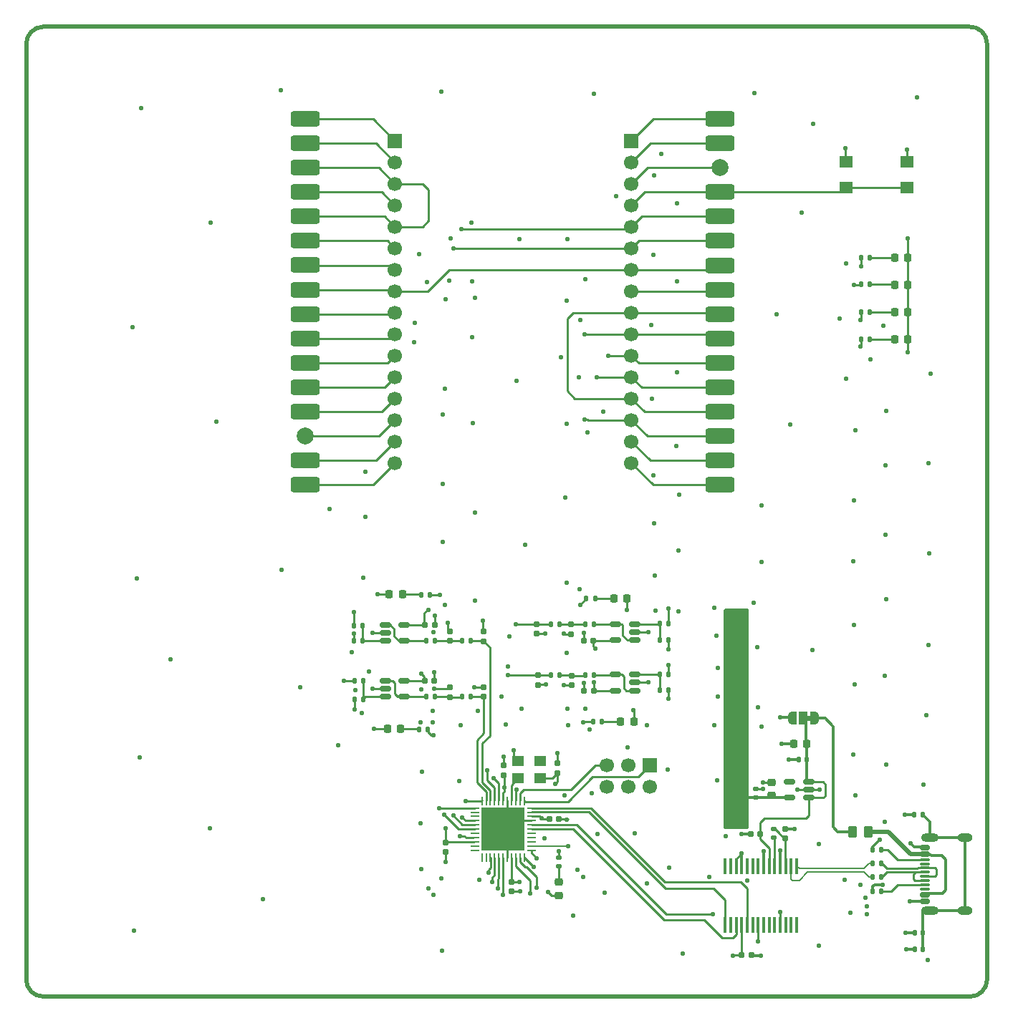
<source format=gbr>
%TF.GenerationSoftware,KiCad,Pcbnew,9.0.6*%
%TF.CreationDate,2026-01-09T14:55:59+00:00*%
%TF.ProjectId,PyBoardTester,5079426f-6172-4645-9465-737465722e6b,rev?*%
%TF.SameCoordinates,Original*%
%TF.FileFunction,Copper,L1,Top*%
%TF.FilePolarity,Positive*%
%FSLAX46Y46*%
G04 Gerber Fmt 4.6, Leading zero omitted, Abs format (unit mm)*
G04 Created by KiCad (PCBNEW 9.0.6) date 2026-01-09 14:55:59*
%MOMM*%
%LPD*%
G01*
G04 APERTURE LIST*
G04 Aperture macros list*
%AMRoundRect*
0 Rectangle with rounded corners*
0 $1 Rounding radius*
0 $2 $3 $4 $5 $6 $7 $8 $9 X,Y pos of 4 corners*
0 Add a 4 corners polygon primitive as box body*
4,1,4,$2,$3,$4,$5,$6,$7,$8,$9,$2,$3,0*
0 Add four circle primitives for the rounded corners*
1,1,$1+$1,$2,$3*
1,1,$1+$1,$4,$5*
1,1,$1+$1,$6,$7*
1,1,$1+$1,$8,$9*
0 Add four rect primitives between the rounded corners*
20,1,$1+$1,$2,$3,$4,$5,0*
20,1,$1+$1,$4,$5,$6,$7,0*
20,1,$1+$1,$6,$7,$8,$9,0*
20,1,$1+$1,$8,$9,$2,$3,0*%
%AMFreePoly0*
4,1,23,0.550000,-0.750000,0.000000,-0.750000,0.000000,-0.745722,-0.065263,-0.745722,-0.191342,-0.711940,-0.304381,-0.646677,-0.396677,-0.554381,-0.461940,-0.441342,-0.495722,-0.315263,-0.495722,-0.250000,-0.500000,-0.250000,-0.500000,0.250000,-0.495722,0.250000,-0.495722,0.315263,-0.461940,0.441342,-0.396677,0.554381,-0.304381,0.646677,-0.191342,0.711940,-0.065263,0.745722,0.000000,0.745722,
0.000000,0.750000,0.550000,0.750000,0.550000,-0.750000,0.550000,-0.750000,$1*%
%AMFreePoly1*
4,1,23,0.000000,0.745722,0.065263,0.745722,0.191342,0.711940,0.304381,0.646677,0.396677,0.554381,0.461940,0.441342,0.495722,0.315263,0.495722,0.250000,0.500000,0.250000,0.500000,-0.250000,0.495722,-0.250000,0.495722,-0.315263,0.461940,-0.441342,0.396677,-0.554381,0.304381,-0.646677,0.191342,-0.711940,0.065263,-0.745722,0.000000,-0.745722,0.000000,-0.750000,-0.550000,-0.750000,
-0.550000,0.750000,0.000000,0.750000,0.000000,0.745722,0.000000,0.745722,$1*%
G04 Aperture macros list end*
%TA.AperFunction,EtchedComponent*%
%ADD10C,0.000000*%
%TD*%
%TA.AperFunction,SMDPad,CuDef*%
%ADD11RoundRect,0.250000X-1.450000X-0.650000X1.450000X-0.650000X1.450000X0.650000X-1.450000X0.650000X0*%
%TD*%
%TA.AperFunction,SMDPad,CuDef*%
%ADD12RoundRect,0.140000X0.140000X0.170000X-0.140000X0.170000X-0.140000X-0.170000X0.140000X-0.170000X0*%
%TD*%
%TA.AperFunction,SMDPad,CuDef*%
%ADD13R,1.600000X1.400000*%
%TD*%
%TA.AperFunction,SMDPad,CuDef*%
%ADD14RoundRect,0.135000X-0.135000X-0.185000X0.135000X-0.185000X0.135000X0.185000X-0.135000X0.185000X0*%
%TD*%
%TA.AperFunction,SMDPad,CuDef*%
%ADD15RoundRect,0.218750X0.218750X0.256250X-0.218750X0.256250X-0.218750X-0.256250X0.218750X-0.256250X0*%
%TD*%
%TA.AperFunction,ComponentPad*%
%ADD16R,1.700000X1.700000*%
%TD*%
%TA.AperFunction,ComponentPad*%
%ADD17C,1.700000*%
%TD*%
%TA.AperFunction,SMDPad,CuDef*%
%ADD18FreePoly0,180.000000*%
%TD*%
%TA.AperFunction,SMDPad,CuDef*%
%ADD19R,1.000000X1.500000*%
%TD*%
%TA.AperFunction,SMDPad,CuDef*%
%ADD20FreePoly1,180.000000*%
%TD*%
%TA.AperFunction,SMDPad,CuDef*%
%ADD21RoundRect,0.100000X0.100000X-0.850000X0.100000X0.850000X-0.100000X0.850000X-0.100000X-0.850000X0*%
%TD*%
%TA.AperFunction,SMDPad,CuDef*%
%ADD22RoundRect,0.135000X0.135000X0.185000X-0.135000X0.185000X-0.135000X-0.185000X0.135000X-0.185000X0*%
%TD*%
%TA.AperFunction,SMDPad,CuDef*%
%ADD23RoundRect,0.250000X0.262500X0.450000X-0.262500X0.450000X-0.262500X-0.450000X0.262500X-0.450000X0*%
%TD*%
%TA.AperFunction,SMDPad,CuDef*%
%ADD24RoundRect,0.155000X0.212500X0.155000X-0.212500X0.155000X-0.212500X-0.155000X0.212500X-0.155000X0*%
%TD*%
%TA.AperFunction,SMDPad,CuDef*%
%ADD25RoundRect,0.155000X0.155000X-0.212500X0.155000X0.212500X-0.155000X0.212500X-0.155000X-0.212500X0*%
%TD*%
%TA.AperFunction,SMDPad,CuDef*%
%ADD26RoundRect,0.155000X-0.155000X0.212500X-0.155000X-0.212500X0.155000X-0.212500X0.155000X0.212500X0*%
%TD*%
%TA.AperFunction,SMDPad,CuDef*%
%ADD27RoundRect,0.150000X0.512500X0.150000X-0.512500X0.150000X-0.512500X-0.150000X0.512500X-0.150000X0*%
%TD*%
%TA.AperFunction,ComponentPad*%
%ADD28C,2.000000*%
%TD*%
%TA.AperFunction,SMDPad,CuDef*%
%ADD29RoundRect,0.155000X-0.212500X-0.155000X0.212500X-0.155000X0.212500X0.155000X-0.212500X0.155000X0*%
%TD*%
%TA.AperFunction,SMDPad,CuDef*%
%ADD30RoundRect,0.218750X0.256250X-0.218750X0.256250X0.218750X-0.256250X0.218750X-0.256250X-0.218750X0*%
%TD*%
%TA.AperFunction,SMDPad,CuDef*%
%ADD31RoundRect,0.150000X-0.512500X-0.150000X0.512500X-0.150000X0.512500X0.150000X-0.512500X0.150000X0*%
%TD*%
%TA.AperFunction,SMDPad,CuDef*%
%ADD32RoundRect,0.140000X0.170000X-0.140000X0.170000X0.140000X-0.170000X0.140000X-0.170000X-0.140000X0*%
%TD*%
%TA.AperFunction,SMDPad,CuDef*%
%ADD33R,1.400000X1.200000*%
%TD*%
%TA.AperFunction,SMDPad,CuDef*%
%ADD34RoundRect,0.140000X-0.140000X-0.170000X0.140000X-0.170000X0.140000X0.170000X-0.140000X0.170000X0*%
%TD*%
%TA.AperFunction,SMDPad,CuDef*%
%ADD35RoundRect,0.135000X-0.185000X0.135000X-0.185000X-0.135000X0.185000X-0.135000X0.185000X0.135000X0*%
%TD*%
%TA.AperFunction,SMDPad,CuDef*%
%ADD36RoundRect,0.135000X0.185000X-0.135000X0.185000X0.135000X-0.185000X0.135000X-0.185000X-0.135000X0*%
%TD*%
%TA.AperFunction,SMDPad,CuDef*%
%ADD37RoundRect,0.218750X-0.218750X-0.256250X0.218750X-0.256250X0.218750X0.256250X-0.218750X0.256250X0*%
%TD*%
%TA.AperFunction,SMDPad,CuDef*%
%ADD38RoundRect,0.062500X-0.475000X-0.062500X0.475000X-0.062500X0.475000X0.062500X-0.475000X0.062500X0*%
%TD*%
%TA.AperFunction,SMDPad,CuDef*%
%ADD39RoundRect,0.062500X-0.062500X-0.475000X0.062500X-0.475000X0.062500X0.475000X-0.062500X0.475000X0*%
%TD*%
%TA.AperFunction,HeatsinkPad*%
%ADD40R,5.200000X5.200000*%
%TD*%
%TA.AperFunction,SMDPad,CuDef*%
%ADD41RoundRect,0.225000X0.250000X-0.225000X0.250000X0.225000X-0.250000X0.225000X-0.250000X-0.225000X0*%
%TD*%
%TA.AperFunction,SMDPad,CuDef*%
%ADD42RoundRect,0.150000X0.425000X-0.150000X0.425000X0.150000X-0.425000X0.150000X-0.425000X-0.150000X0*%
%TD*%
%TA.AperFunction,SMDPad,CuDef*%
%ADD43RoundRect,0.075000X0.500000X-0.075000X0.500000X0.075000X-0.500000X0.075000X-0.500000X-0.075000X0*%
%TD*%
%TA.AperFunction,HeatsinkPad*%
%ADD44O,2.100000X1.000000*%
%TD*%
%TA.AperFunction,HeatsinkPad*%
%ADD45O,1.800000X1.000000*%
%TD*%
%TA.AperFunction,SMDPad,CuDef*%
%ADD46RoundRect,0.225000X0.225000X0.250000X-0.225000X0.250000X-0.225000X-0.250000X0.225000X-0.250000X0*%
%TD*%
%TA.AperFunction,ViaPad*%
%ADD47C,0.550000*%
%TD*%
%TA.AperFunction,Conductor*%
%ADD48C,0.300000*%
%TD*%
%TA.AperFunction,Conductor*%
%ADD49C,0.210000*%
%TD*%
%TA.AperFunction,Conductor*%
%ADD50C,0.220000*%
%TD*%
%TA.AperFunction,Conductor*%
%ADD51C,0.260000*%
%TD*%
%TA.AperFunction,Conductor*%
%ADD52C,0.230000*%
%TD*%
%TA.AperFunction,Conductor*%
%ADD53C,0.500000*%
%TD*%
%TA.AperFunction,Profile*%
%ADD54C,0.500000*%
%TD*%
G04 APERTURE END LIST*
D10*
%TA.AperFunction,EtchedComponent*%
%TO.C,J4*%
G36*
X176550000Y-118800600D02*
G01*
X176050000Y-118800600D01*
X176050000Y-118200600D01*
X176550000Y-118200600D01*
X176550000Y-118800600D01*
G37*
%TD.AperFunction*%
%TD*%
D11*
%TO.P,TP1,1,1*%
%TO.N,/module on test/PC6-Y1*%
X116790681Y-47583189D03*
%TD*%
D12*
%TO.P,C18,1*%
%TO.N,Vin*%
X176030000Y-123352500D03*
%TO.P,C18,2*%
%TO.N,GND*%
X175070000Y-123352500D03*
%TD*%
D11*
%TO.P,TP11,1,1*%
%TO.N,/module on test/PB13-Y6*%
X116790681Y-62016522D03*
%TD*%
D13*
%TO.P,SW1,1,1*%
%TO.N,/~{RST}#1 actuador*%
X187850000Y-55700000D03*
X180650000Y-55700000D03*
%TO.P,SW1,2,2*%
%TO.N,GND*%
X187850000Y-52700000D03*
X180650000Y-52700000D03*
%TD*%
D14*
%TO.P,R19,1*%
%TO.N,Net-(C16-Pad1)*%
X135290000Y-115956800D03*
%TO.P,R19,2*%
%TO.N,/+3V3#2_chck*%
X136310000Y-115956800D03*
%TD*%
D15*
%TO.P,D8,1,K*%
%TO.N,GND*%
X187987500Y-67205200D03*
%TO.P,D8,2,A*%
%TO.N,Net-(D8-A)*%
X186412500Y-67205200D03*
%TD*%
D16*
%TO.P,J3,1,Pin_1*%
%TO.N,V+#1*%
X155314000Y-50194800D03*
D17*
%TO.P,J3,2,Pin_2*%
%TO.N,+3V3#1*%
X155314000Y-52734800D03*
%TO.P,J3,3,Pin_3*%
%TO.N,GND#1*%
X155314000Y-55274800D03*
%TO.P,J3,4,Pin_4*%
%TO.N,/~{RST}#1 actuador*%
X155314000Y-57814800D03*
%TO.P,J3,5,Pin_5*%
%TO.N,/module on test/PB1-Y12*%
X155314000Y-60354800D03*
%TO.P,J3,6,Pin_6*%
%TO.N,/module on test/PB0-Y11*%
X155314000Y-62894800D03*
%TO.P,J3,7,Pin_7*%
%TO.N,/module on test/PB11-Y10*%
X155314000Y-65434800D03*
%TO.P,J3,8,Pin_8*%
%TO.N,/module on test/PB10-Y9*%
X155314000Y-67974800D03*
%TO.P,J3,9,Pin_9*%
%TO.N,/module on test/PA3-X4*%
X155314000Y-70514800D03*
%TO.P,J3,10,Pin_10*%
%TO.N,/module on test/PA2-X3*%
X155314000Y-73054800D03*
%TO.P,J3,11,Pin_11*%
%TO.N,/module on test/PA1-X2*%
X155314000Y-75594800D03*
%TO.P,J3,12,Pin_12*%
%TO.N,/module on test/PA0-X1*%
X155314000Y-78134800D03*
%TO.P,J3,13,Pin_13*%
%TO.N,/module on test/PA3-X4*%
X155314000Y-80674800D03*
%TO.P,J3,14,Pin_14*%
%TO.N,/module on test/PA2-X3*%
X155314000Y-83214800D03*
%TO.P,J3,15,Pin_15*%
%TO.N,/module on test/PA1-X2*%
X155314000Y-85754800D03*
%TO.P,J3,16,Pin_16*%
%TO.N,/module on test/PA0-X1*%
X155314000Y-88294800D03*
%TD*%
D14*
%TO.P,R31,1*%
%TO.N,/USBD-*%
X183840000Y-137300000D03*
%TO.P,R31,2*%
%TO.N,/D-*%
X184860000Y-137300000D03*
%TD*%
D18*
%TO.P,J4,1,Pin_1*%
%TO.N,USB+5V*%
X176950000Y-118500600D03*
D19*
%TO.P,J4,2,Pin_2*%
%TO.N,Vin*%
X175650000Y-118500600D03*
D20*
%TO.P,J4,3,Pin_3*%
%TO.N,V+#2*%
X174350000Y-118500600D03*
%TD*%
D21*
%TO.P,U7,1,TXD*%
%TO.N,/FTDI_TXD*%
X166400000Y-142950000D03*
%TO.P,U7,2,DTR*%
%TO.N,unconnected-(U7-DTR-Pad2)*%
X167050000Y-142950000D03*
%TO.P,U7,3,RTS*%
%TO.N,/FTDI_RTS*%
X167700000Y-142950000D03*
%TO.P,U7,4,VCCIO*%
%TO.N,+3V3*%
X168350000Y-142950000D03*
%TO.P,U7,5,RXD*%
%TO.N,/FTDI_RXD*%
X169000000Y-142950000D03*
%TO.P,U7,6,RI*%
%TO.N,unconnected-(U7-RI-Pad6)*%
X169650000Y-142950000D03*
%TO.P,U7,7,GND*%
%TO.N,GND*%
X170300000Y-142950000D03*
%TO.P,U7,8,N.C.*%
%TO.N,unconnected-(U7-N.C.-Pad8)*%
X170950000Y-142950000D03*
%TO.P,U7,9,DCR*%
%TO.N,unconnected-(U7-DCR-Pad9)*%
X171600000Y-142950000D03*
%TO.P,U7,10,DCD*%
%TO.N,unconnected-(U7-DCD-Pad10)*%
X172250000Y-142950000D03*
%TO.P,U7,11,CTS*%
%TO.N,/FTDI_CTS*%
X172900000Y-142950000D03*
%TO.P,U7,12,CBUS4*%
%TO.N,unconnected-(U7-CBUS4-Pad12)*%
X173550000Y-142950000D03*
%TO.P,U7,13,CBUS2*%
%TO.N,unconnected-(U7-CBUS2-Pad13)*%
X174200000Y-142950000D03*
%TO.P,U7,14,CBUS3*%
%TO.N,unconnected-(U7-CBUS3-Pad14)*%
X174850000Y-142950000D03*
%TO.P,U7,15,USBD+*%
%TO.N,/USBD+*%
X174850000Y-135950000D03*
%TO.P,U7,16,USBD-*%
%TO.N,/USBD-*%
X174200000Y-135950000D03*
%TO.P,U7,17,3V3OUT*%
%TO.N,Net-(U7-3V3OUT)*%
X173550000Y-135950000D03*
%TO.P,U7,18,GND*%
%TO.N,GND*%
X172900000Y-135950000D03*
%TO.P,U7,19,~{RESET}*%
%TO.N,Net-(U7-~{RESET})*%
X172250000Y-135950000D03*
%TO.P,U7,20,VCC*%
%TO.N,Vin*%
X171600000Y-135950000D03*
%TO.P,U7,21,GND*%
%TO.N,GND*%
X170950000Y-135950000D03*
%TO.P,U7,22,CBUS1*%
%TO.N,unconnected-(U7-CBUS1-Pad22)*%
X170300000Y-135950000D03*
%TO.P,U7,23,CBUS0*%
%TO.N,unconnected-(U7-CBUS0-Pad23)*%
X169650000Y-135950000D03*
%TO.P,U7,24,N.C.*%
%TO.N,unconnected-(U7-N.C.-Pad24)*%
X169000000Y-135950000D03*
%TO.P,U7,25,AGND*%
%TO.N,GND*%
X168350000Y-135950000D03*
%TO.P,U7,26,TEST*%
X167700000Y-135950000D03*
%TO.P,U7,27,OSCI*%
%TO.N,unconnected-(U7-OSCI-Pad27)*%
X167050000Y-135950000D03*
%TO.P,U7,28,OSCO*%
%TO.N,unconnected-(U7-OSCO-Pad28)*%
X166400000Y-135950000D03*
%TD*%
D22*
%TO.P,R30,1*%
%TO.N,/CC2*%
X184860000Y-134000000D03*
%TO.P,R30,2*%
%TO.N,GND*%
X183840000Y-134000000D03*
%TD*%
D23*
%TO.P,L1,1*%
%TO.N,/VBUS*%
X183312500Y-131900000D03*
%TO.P,L1,2*%
%TO.N,USB+5V*%
X181487500Y-131900000D03*
%TD*%
D14*
%TO.P,R14,1*%
%TO.N,Net-(U5--)*%
X131040000Y-109343700D03*
%TO.P,R14,2*%
%TO.N,Net-(C13-Pad1)*%
X132060000Y-109343700D03*
%TD*%
%TO.P,R25,1*%
%TO.N,Net-(D5-A)*%
X130261200Y-119778000D03*
%TO.P,R25,2*%
%TO.N,/+3V3#2_ok*%
X131281200Y-119778000D03*
%TD*%
D24*
%TO.P,C29,1*%
%TO.N,Vin*%
X170560000Y-132150000D03*
%TO.P,C29,2*%
%TO.N,GND*%
X169425000Y-132150000D03*
%TD*%
D14*
%TO.P,R16,1*%
%TO.N,GND*%
X122540000Y-109306800D03*
%TO.P,R16,2*%
%TO.N,Net-(U5-+)*%
X123560000Y-109306800D03*
%TD*%
D25*
%TO.P,C14,1*%
%TO.N,/V+#2_chck*%
X137850000Y-109361200D03*
%TO.P,C14,2*%
%TO.N,GND*%
X137850000Y-108226200D03*
%TD*%
D24*
%TO.P,C4,1*%
%TO.N,+3V3*%
X150817500Y-109300000D03*
%TO.P,C4,2*%
%TO.N,GND*%
X149682500Y-109300000D03*
%TD*%
D26*
%TO.P,C9,1*%
%TO.N,Net-(C9-Pad1)*%
X148200000Y-107393700D03*
%TO.P,C9,2*%
%TO.N,GND*%
X148200000Y-108528700D03*
%TD*%
D14*
%TO.P,R24,1*%
%TO.N,Net-(D4-A)*%
X130511200Y-103867600D03*
%TO.P,R24,2*%
%TO.N,/V+#2_ok*%
X131531200Y-103867600D03*
%TD*%
%TO.P,R20,1*%
%TO.N,GND*%
X122590000Y-116256800D03*
%TO.P,R20,2*%
%TO.N,Net-(U6-+)*%
X123610000Y-116256800D03*
%TD*%
D22*
%TO.P,R6,1*%
%TO.N,Net-(U3--)*%
X150860000Y-113361200D03*
%TO.P,R6,2*%
%TO.N,Net-(C11-Pad1)*%
X149840000Y-113361200D03*
%TD*%
%TO.P,R29,1*%
%TO.N,/CC1*%
X184860000Y-138950000D03*
%TO.P,R29,2*%
%TO.N,GND*%
X183840000Y-138950000D03*
%TD*%
%TO.P,R28,1*%
%TO.N,Net-(D7-A)*%
X183472500Y-70432800D03*
%TO.P,R28,2*%
%TO.N,/RST#2_LED*%
X182452500Y-70432800D03*
%TD*%
D27*
%TO.P,U3,1*%
%TO.N,Net-(U3--)*%
X155687500Y-115211200D03*
%TO.P,U3,2,V-*%
%TO.N,GND*%
X155687500Y-114261200D03*
%TO.P,U3,3,+*%
%TO.N,Net-(U3-+)*%
X155687500Y-113311200D03*
%TO.P,U3,4,-*%
%TO.N,Net-(U3--)*%
X153412500Y-113311200D03*
%TO.P,U3,5,V+*%
%TO.N,+3V3*%
X153412500Y-115211200D03*
%TD*%
D15*
%TO.P,D3,1,K*%
%TO.N,GND*%
X155587500Y-118861200D03*
%TO.P,D3,2,A*%
%TO.N,Net-(D3-A)*%
X154012500Y-118861200D03*
%TD*%
D11*
%TO.P,TP22,1,1*%
%TO.N,/module on test/PA1-X2*%
X165814000Y-76461467D03*
%TD*%
D14*
%TO.P,R15,1*%
%TO.N,Net-(C13-Pad1)*%
X135290000Y-109343700D03*
%TO.P,R15,2*%
%TO.N,/V+#2_chck*%
X136310000Y-109343700D03*
%TD*%
D28*
%TO.P,TP27,1,1*%
%TO.N,GND*%
X116790681Y-85109856D03*
%TD*%
D22*
%TO.P,R10,1*%
%TO.N,GND*%
X159710000Y-115161200D03*
%TO.P,R10,2*%
%TO.N,Net-(U3-+)*%
X158690000Y-115161200D03*
%TD*%
D11*
%TO.P,TP24,1,1*%
%TO.N,/module on test/PA0-X1*%
X165814000Y-79348133D03*
%TD*%
D29*
%TO.P,C1,1*%
%TO.N,+3V3*%
X130882500Y-114056800D03*
%TO.P,C1,2*%
%TO.N,GND*%
X132017500Y-114056800D03*
%TD*%
D22*
%TO.P,R33,1*%
%TO.N,Net-(D8-A)*%
X183472500Y-67182800D03*
%TO.P,R33,2*%
%TO.N,/SUPPLY_LED*%
X182452500Y-67182800D03*
%TD*%
D14*
%TO.P,R18,1*%
%TO.N,Net-(U6--)*%
X131040000Y-115956800D03*
%TO.P,R18,2*%
%TO.N,Net-(C16-Pad1)*%
X132060000Y-115956800D03*
%TD*%
D29*
%TO.P,C27,1*%
%TO.N,+3V3*%
X168350000Y-146517500D03*
%TO.P,C27,2*%
%TO.N,GND*%
X169485000Y-146517500D03*
%TD*%
D30*
%TO.P,D1,1,K*%
%TO.N,GND*%
X146750000Y-139437500D03*
%TO.P,D1,2,A*%
%TO.N,Net-(D1-A)*%
X146750000Y-137862500D03*
%TD*%
D29*
%TO.P,C2,1*%
%TO.N,+3V3*%
X130932500Y-107443700D03*
%TO.P,C2,2*%
%TO.N,GND*%
X132067500Y-107443700D03*
%TD*%
D11*
%TO.P,TP3,1,1*%
%TO.N,/module on test/PC7-Y2*%
X116790681Y-50469856D03*
%TD*%
D25*
%TO.P,C17,1*%
%TO.N,/+3V3#2_chck*%
X137850000Y-115924300D03*
%TO.P,C17,2*%
%TO.N,GND*%
X137850000Y-114789300D03*
%TD*%
D22*
%TO.P,R7,1*%
%TO.N,Net-(C11-Pad1)*%
X146860000Y-113411200D03*
%TO.P,R7,2*%
%TO.N,/+3V3#1_chck*%
X145840000Y-113411200D03*
%TD*%
D24*
%TO.P,C3,1*%
%TO.N,+3V3*%
X150867500Y-115261200D03*
%TO.P,C3,2*%
%TO.N,GND*%
X149732500Y-115261200D03*
%TD*%
D14*
%TO.P,R1,1*%
%TO.N,Net-(U1-+)*%
X158680000Y-107311200D03*
%TO.P,R1,2*%
%TO.N,V+#1*%
X159700000Y-107311200D03*
%TD*%
D31*
%TO.P,U5,1*%
%TO.N,Net-(U5--)*%
X126212500Y-107456800D03*
%TO.P,U5,2,V-*%
%TO.N,GND*%
X126212500Y-108406800D03*
%TO.P,U5,3,+*%
%TO.N,Net-(U5-+)*%
X126212500Y-109356800D03*
%TO.P,U5,4,-*%
%TO.N,Net-(U5--)*%
X128487500Y-109356800D03*
%TO.P,U5,5,V+*%
%TO.N,+3V3*%
X128487500Y-107456800D03*
%TD*%
D11*
%TO.P,TP32,1,1*%
%TO.N,/module on test/PA0-X1*%
X165814000Y-90894800D03*
%TD*%
D25*
%TO.P,C16,1*%
%TO.N,Net-(C16-Pad1)*%
X133900000Y-115974300D03*
%TO.P,C16,2*%
%TO.N,GND*%
X133900000Y-114839300D03*
%TD*%
D32*
%TO.P,C34,1*%
%TO.N,+3V3*%
X170050000Y-127830000D03*
%TO.P,C34,2*%
%TO.N,GND*%
X170050000Y-126870000D03*
%TD*%
D22*
%TO.P,R3,1*%
%TO.N,Net-(C9-Pad1)*%
X146860000Y-107350000D03*
%TO.P,R3,2*%
%TO.N,/V+#1_chck*%
X145840000Y-107350000D03*
%TD*%
%TO.P,R26,1*%
%TO.N,Net-(D6-A)*%
X183481200Y-73632800D03*
%TO.P,R26,2*%
%TO.N,/RST#1_LED*%
X182461200Y-73632800D03*
%TD*%
D11*
%TO.P,TP14,1,1*%
%TO.N,/module on test/PB11-Y10*%
X165814000Y-64914800D03*
%TD*%
D31*
%TO.P,U6,1*%
%TO.N,Net-(U6--)*%
X126212500Y-114056800D03*
%TO.P,U6,2,V-*%
%TO.N,GND*%
X126212500Y-115006800D03*
%TO.P,U6,3,+*%
%TO.N,Net-(U6-+)*%
X126212500Y-115956800D03*
%TO.P,U6,4,-*%
%TO.N,Net-(U6--)*%
X128487500Y-115956800D03*
%TO.P,U6,5,V+*%
%TO.N,+3V3*%
X128487500Y-114056800D03*
%TD*%
D33*
%TO.P,OSC1,1,~{Stby}*%
%TO.N,unconnected-(OSC1-~{Stby}-Pad1)*%
X144554000Y-123584596D03*
%TO.P,OSC1,2,GND*%
%TO.N,GND*%
X141954000Y-123584596D03*
%TO.P,OSC1,3,OUT*%
%TO.N,/OSC*%
X141954000Y-125584606D03*
%TO.P,OSC1,4,VDD*%
%TO.N,+3V3*%
X144554000Y-125584606D03*
%TD*%
D22*
%TO.P,R2,1*%
%TO.N,Net-(U1--)*%
X150860000Y-107400000D03*
%TO.P,R2,2*%
%TO.N,Net-(C9-Pad1)*%
X149840000Y-107400000D03*
%TD*%
D11*
%TO.P,TP25,1,1*%
%TO.N,/~{RST}#2 feedback*%
X116790681Y-82223189D03*
%TD*%
D34*
%TO.P,C31,1*%
%TO.N,GND*%
X188820000Y-145800000D03*
%TO.P,C31,2*%
%TO.N,Net-(J5-SHIELD)*%
X189780000Y-145800000D03*
%TD*%
D11*
%TO.P,TP17,1,1*%
%TO.N,/module on test/PB0-Y11*%
X116790681Y-70676522D03*
%TD*%
D27*
%TO.P,U8,1,IN*%
%TO.N,Vin*%
X176287500Y-127900000D03*
%TO.P,U8,2,GND*%
%TO.N,GND*%
X176287500Y-126950000D03*
%TO.P,U8,3,EN*%
%TO.N,Vin*%
X176287500Y-126000000D03*
%TO.P,U8,4,NC*%
%TO.N,unconnected-(U8-NC-Pad4)*%
X174012500Y-126000000D03*
%TO.P,U8,5,OUT*%
%TO.N,+3V3*%
X174012500Y-127900000D03*
%TD*%
D11*
%TO.P,TP10,1,1*%
%TO.N,/module on test/PB1-Y12*%
X165814000Y-59141467D03*
%TD*%
%TO.P,TP9,1,1*%
%TO.N,/module on test/PB12-Y5*%
X116790681Y-59129856D03*
%TD*%
D35*
%TO.P,R38,1*%
%TO.N,Net-(U7-3V3OUT)*%
X172150000Y-131590000D03*
%TO.P,R38,2*%
%TO.N,Net-(U7-~{RESET})*%
X172150000Y-132610000D03*
%TD*%
D26*
%TO.P,C8,1*%
%TO.N,+3V3*%
X141154000Y-137832500D03*
%TO.P,C8,2*%
%TO.N,GND*%
X141154000Y-138967500D03*
%TD*%
D29*
%TO.P,C7,1*%
%TO.N,+3V3*%
X145632500Y-130400000D03*
%TO.P,C7,2*%
%TO.N,GND*%
X146767500Y-130400000D03*
%TD*%
D36*
%TO.P,R21,1*%
%TO.N,Net-(D1-A)*%
X146750000Y-135960000D03*
%TO.P,R21,2*%
%TO.N,/STATE_LED*%
X146750000Y-134940000D03*
%TD*%
D37*
%TO.P,D4,1,K*%
%TO.N,GND*%
X126712500Y-103856800D03*
%TO.P,D4,2,A*%
%TO.N,Net-(D4-A)*%
X128287500Y-103856800D03*
%TD*%
D11*
%TO.P,TP21,1,1*%
%TO.N,/module on test/PC4-X11*%
X116790681Y-76449856D03*
%TD*%
D22*
%TO.P,R34,1*%
%TO.N,Net-(D9-A)*%
X183481200Y-63982800D03*
%TO.P,R34,2*%
%TO.N,/IOs_LED*%
X182461200Y-63982800D03*
%TD*%
D11*
%TO.P,TP20,1,1*%
%TO.N,/module on test/PA2-X3*%
X165814000Y-73574800D03*
%TD*%
%TO.P,TP26,1,1*%
%TO.N,/module on test/PA3-X4*%
X165814000Y-82234800D03*
%TD*%
D38*
%TO.P,U4,1,PA5/ADC5*%
%TO.N,/~{RST}#2 feedback*%
X136812500Y-129100000D03*
%TO.P,U4,2,PA6/ADC6*%
%TO.N,unconnected-(U4-PA6{slash}ADC6-Pad2)*%
X136812500Y-129600000D03*
%TO.P,U4,3,PA7/ADC7/AC0-OUT*%
%TO.N,unconnected-(U4-PA7{slash}ADC7{slash}AC0-OUT-Pad3)*%
X136812500Y-130100000D03*
%TO.P,U4,4,PB0/ADC8/AREF*%
%TO.N,/module on test/PB13-Y6*%
X136812500Y-130600000D03*
%TO.P,U4,5,PB1/ADC9*%
%TO.N,/module on test/PB10-Y9*%
X136812500Y-131100000D03*
%TO.P,U4,6,PB2/ADC10/DAC0*%
%TO.N,/module on test/PB11-Y10*%
X136812500Y-131600000D03*
%TO.P,U4,7,PB3/ADC11/DAC1*%
%TO.N,unconnected-(U4-PB3{slash}ADC11{slash}DAC1-Pad7)*%
X136812500Y-132100000D03*
%TO.P,U4,8,GND*%
%TO.N,GND*%
X136812500Y-132600000D03*
%TO.P,U4,9,VCC*%
%TO.N,+3V3*%
X136812500Y-133100000D03*
%TO.P,U4,10,PC0/OC0A/SDA*%
%TO.N,unconnected-(U4-PC0{slash}OC0A{slash}SDA-Pad10)*%
X136812500Y-133600000D03*
%TO.P,U4,11,PC1/OC0B/XCK0/SCL*%
%TO.N,unconnected-(U4-PC1{slash}OC0B{slash}XCK0{slash}SCL-Pad11)*%
X136812500Y-134100000D03*
D39*
%TO.P,U4,12,PC2/OC0C/RXD0*%
%TO.N,unconnected-(U4-PC2{slash}OC0C{slash}RXD0-Pad12)*%
X137650000Y-134937500D03*
%TO.P,U4,13,PC3/OC0D/TXD0*%
%TO.N,unconnected-(U4-PC3{slash}OC0D{slash}TXD0-Pad13)*%
X138150000Y-134937500D03*
%TO.P,U4,14,PC4/OC1A/~{SS}*%
%TO.N,/V+#1_ok*%
X138650000Y-134937500D03*
%TO.P,U4,15,PC5/OC1B/MOSI/XCK1*%
%TO.N,/+3V3#1_ok*%
X139150000Y-134937500D03*
%TO.P,U4,16,PC6/MISO/RXD1*%
%TO.N,/V+#2_ok*%
X139650000Y-134937500D03*
%TO.P,U4,17,PC7/SCK/TXD1/CLCKO/EVO*%
%TO.N,/+3V3#2_ok*%
X140150000Y-134937500D03*
%TO.P,U4,18,GND*%
%TO.N,GND*%
X140650000Y-134937500D03*
%TO.P,U4,19,VCC*%
%TO.N,+3V3*%
X141150000Y-134937500D03*
%TO.P,U4,20,PD0/OC0A*%
%TO.N,/RST#1_LED*%
X141650000Y-134937500D03*
%TO.P,U4,21,PD1/OC0B/XCK0*%
%TO.N,/RST#2_LED*%
X142150000Y-134937500D03*
%TO.P,U4,22,PD2/OC0C/RXD0*%
%TO.N,/SUPPLY_LED*%
X142650000Y-134937500D03*
D38*
%TO.P,U4,23,PD3/OC0D/TXD0*%
%TO.N,/IOs_LED*%
X143487500Y-134100000D03*
%TO.P,U4,24,PD4/OC1A/~{SS}*%
%TO.N,/~{RST}#1 actuador*%
X143487500Y-133600000D03*
%TO.P,U4,25,PD5/OC1B/XCK1/MOSI*%
%TO.N,unconnected-(U4-PD5{slash}OC1B{slash}XCK1{slash}MOSI-Pad25)*%
X143487500Y-133100000D03*
%TO.P,U4,26,PD6/RXD1/MISO/D-*%
%TO.N,unconnected-(U4-PD6{slash}RXD1{slash}MISO{slash}D--Pad26)*%
X143487500Y-132600000D03*
%TO.P,U4,27,PD7/TXD1/SCK/CLCKO/D+*%
%TO.N,unconnected-(U4-PD7{slash}TXD1{slash}SCK{slash}CLCKO{slash}D+-Pad27)*%
X143487500Y-132100000D03*
%TO.P,U4,28,PE0/OC0A/SDA*%
%TO.N,/FTDI_RTS*%
X143487500Y-131600000D03*
%TO.P,U4,29,PE1/OC0B/XCK0/SCL*%
%TO.N,/FTDI_CTS*%
X143487500Y-131100000D03*
%TO.P,U4,30,GND*%
%TO.N,GND*%
X143487500Y-130600000D03*
%TO.P,U4,31,VCC*%
%TO.N,+3V3*%
X143487500Y-130100000D03*
%TO.P,U4,32,PE2/OC0C/RXD0*%
%TO.N,/FTDI_TXD*%
X143487500Y-129600000D03*
%TO.P,U4,33,PE3/OC0D/TXD0*%
%TO.N,/FTDI_RXD*%
X143487500Y-129100000D03*
D39*
%TO.P,U4,34,PDI_DATA*%
%TO.N,/PDI_DATA*%
X142650000Y-128262500D03*
%TO.P,U4,35,~{RESET}/PDI_CLOCK*%
%TO.N,/PDI_CLOCK*%
X142150000Y-128262500D03*
%TO.P,U4,36,PR0/XTAL2*%
%TO.N,/STATE_LED*%
X141650000Y-128262500D03*
%TO.P,U4,37,PR1/XTAL1*%
%TO.N,/OSC*%
X141150000Y-128262500D03*
%TO.P,U4,38,GND*%
%TO.N,GND*%
X140650000Y-128262500D03*
%TO.P,U4,39,AVCC*%
%TO.N,+3V3*%
X140150000Y-128262500D03*
%TO.P,U4,40,PA0/ADC0/AREF*%
%TO.N,/V+#1_chck*%
X139650000Y-128262500D03*
%TO.P,U4,41,PA1/ADC1*%
%TO.N,/+3V3#1_chck*%
X139150000Y-128262500D03*
%TO.P,U4,42,PA2/ADC2*%
%TO.N,/V+#2_chck*%
X138650000Y-128262500D03*
%TO.P,U4,43,PA3/ADC3*%
%TO.N,/+3V3#2_chck*%
X138150000Y-128262500D03*
%TO.P,U4,44,PA4/ADC4*%
%TO.N,GND*%
X137650000Y-128262500D03*
D40*
%TO.P,U4,45,GND*%
X140150000Y-131600000D03*
%TD*%
D26*
%TO.P,C6,1*%
%TO.N,+3V3*%
X133350000Y-133182500D03*
%TO.P,C6,2*%
%TO.N,GND*%
X133350000Y-134317500D03*
%TD*%
D25*
%TO.P,C15,1*%
%TO.N,+3V3*%
X146550000Y-124967500D03*
%TO.P,C15,2*%
%TO.N,GND*%
X146550000Y-123832500D03*
%TD*%
D11*
%TO.P,TP28,1,1*%
%TO.N,/module on test/PA2-X3*%
X165814000Y-85121467D03*
%TD*%
%TO.P,TP5,1,1*%
%TO.N,/module on test/PB12-Y5*%
X116790681Y-53356522D03*
%TD*%
%TO.P,TP7,1,1*%
%TO.N,/module on test/PB13-Y6*%
X116790681Y-56243189D03*
%TD*%
%TO.P,TP30,1,1*%
%TO.N,/module on test/PA1-X2*%
X165814000Y-88008133D03*
%TD*%
%TO.P,TP15,1,1*%
%TO.N,/module on test/PB11-Y10*%
X116790681Y-67789856D03*
%TD*%
D26*
%TO.P,C11,1*%
%TO.N,Net-(C11-Pad1)*%
X148300000Y-113443700D03*
%TO.P,C11,2*%
%TO.N,GND*%
X148300000Y-114578700D03*
%TD*%
D14*
%TO.P,R5,1*%
%TO.N,Net-(U3-+)*%
X158690000Y-113311200D03*
%TO.P,R5,2*%
%TO.N,+3V3#1*%
X159710000Y-113311200D03*
%TD*%
D41*
%TO.P,C32,1*%
%TO.N,+3V3*%
X171900000Y-127625000D03*
%TO.P,C32,2*%
%TO.N,GND*%
X171900000Y-126075000D03*
%TD*%
D16*
%TO.P,J1,1,Pin_1*%
%TO.N,/PDI_DATA*%
X157490000Y-124075000D03*
D17*
%TO.P,J1,2,Pin_2*%
%TO.N,+3V3*%
X157490000Y-126615000D03*
%TO.P,J1,3,Pin_3*%
%TO.N,unconnected-(J1-Pin_3-Pad3)*%
X154950000Y-124075000D03*
%TO.P,J1,4,Pin_4*%
%TO.N,unconnected-(J1-Pin_4-Pad4)*%
X154950000Y-126615000D03*
%TO.P,J1,5,Pin_5*%
%TO.N,/PDI_CLOCK*%
X152410000Y-124075000D03*
%TO.P,J1,6,Pin_6*%
%TO.N,GND*%
X152410000Y-126615000D03*
%TD*%
D26*
%TO.P,C10,1*%
%TO.N,/V+#1_chck*%
X144100000Y-107343700D03*
%TO.P,C10,2*%
%TO.N,GND*%
X144100000Y-108478700D03*
%TD*%
D11*
%TO.P,TP13,1,1*%
%TO.N,/module on test/PB10-Y9*%
X116790681Y-64903189D03*
%TD*%
D15*
%TO.P,D6,1,K*%
%TO.N,GND*%
X187987500Y-73650000D03*
%TO.P,D6,2,A*%
%TO.N,Net-(D6-A)*%
X186412500Y-73650000D03*
%TD*%
D11*
%TO.P,TP12,1,1*%
%TO.N,/module on test/PB0-Y11*%
X165814000Y-62028133D03*
%TD*%
D22*
%TO.P,R4,1*%
%TO.N,GND*%
X159710000Y-109211200D03*
%TO.P,R4,2*%
%TO.N,Net-(U1-+)*%
X158690000Y-109211200D03*
%TD*%
D12*
%TO.P,C30,1*%
%TO.N,Net-(J5-SHIELD)*%
X189780000Y-143900000D03*
%TO.P,C30,2*%
%TO.N,GND*%
X188820000Y-143900000D03*
%TD*%
D11*
%TO.P,TP23,1,1*%
%TO.N,/module on test/PC5-X12*%
X116790681Y-79336522D03*
%TD*%
D26*
%TO.P,C26,1*%
%TO.N,GND*%
X173525000Y-131582500D03*
%TO.P,C26,2*%
%TO.N,Net-(U7-3V3OUT)*%
X173525000Y-132717500D03*
%TD*%
D15*
%TO.P,D7,1,K*%
%TO.N,GND*%
X187987500Y-70427600D03*
%TO.P,D7,2,A*%
%TO.N,Net-(D7-A)*%
X186412500Y-70427600D03*
%TD*%
D11*
%TO.P,TP18,1,1*%
%TO.N,/module on test/PA3-X4*%
X165814000Y-70688133D03*
%TD*%
D22*
%TO.P,R22,1*%
%TO.N,Net-(D2-A)*%
X151013800Y-104321200D03*
%TO.P,R22,2*%
%TO.N,/V+#1_ok*%
X149993800Y-104321200D03*
%TD*%
D26*
%TO.P,C12,1*%
%TO.N,/+3V3#1_chck*%
X144250000Y-113393700D03*
%TO.P,C12,2*%
%TO.N,GND*%
X144250000Y-114528700D03*
%TD*%
D25*
%TO.P,C5,1*%
%TO.N,+3V3*%
X140200000Y-125217500D03*
%TO.P,C5,2*%
%TO.N,GND*%
X140200000Y-124082500D03*
%TD*%
D11*
%TO.P,TP16,1,1*%
%TO.N,/module on test/PB10-Y9*%
X165814000Y-67801467D03*
%TD*%
%TO.P,TP2,1,1*%
%TO.N,V+#1*%
X165814000Y-47594800D03*
%TD*%
D22*
%TO.P,R23,1*%
%TO.N,Net-(D3-A)*%
X151788800Y-118860800D03*
%TO.P,R23,2*%
%TO.N,/+3V3#1_ok*%
X150768800Y-118860800D03*
%TD*%
%TO.P,R17,1*%
%TO.N,Net-(U6-+)*%
X123610000Y-114056800D03*
%TO.P,R17,2*%
%TO.N,+3V3#2*%
X122590000Y-114056800D03*
%TD*%
%TO.P,R13,1*%
%TO.N,Net-(U5-+)*%
X123560000Y-107506800D03*
%TO.P,R13,2*%
%TO.N,V+#2*%
X122540000Y-107506800D03*
%TD*%
D42*
%TO.P,J5,A1,GND*%
%TO.N,GND*%
X189995000Y-140150000D03*
%TO.P,J5,A4,VBUS*%
%TO.N,/VBUS*%
X189995000Y-139350000D03*
D43*
%TO.P,J5,A5,CC1*%
%TO.N,/CC1*%
X189995000Y-138200000D03*
%TO.P,J5,A6,D+*%
%TO.N,/D+*%
X189995000Y-137200000D03*
%TO.P,J5,A7,D-*%
%TO.N,/D-*%
X189995000Y-136700000D03*
%TO.P,J5,A8,SBU1*%
%TO.N,unconnected-(J5-SBU1-PadA8)*%
X189995000Y-135700000D03*
D42*
%TO.P,J5,A9,VBUS*%
%TO.N,/VBUS*%
X189995000Y-134550000D03*
%TO.P,J5,A12,GND*%
%TO.N,GND*%
X189995000Y-133750000D03*
%TO.P,J5,B1,GND*%
X189995000Y-133750000D03*
%TO.P,J5,B4,VBUS*%
%TO.N,/VBUS*%
X189995000Y-134550000D03*
D43*
%TO.P,J5,B5,CC2*%
%TO.N,/CC2*%
X189995000Y-135200000D03*
%TO.P,J5,B6,D+*%
%TO.N,/D+*%
X189995000Y-136200000D03*
%TO.P,J5,B7,D-*%
%TO.N,/D-*%
X189995000Y-137700000D03*
%TO.P,J5,B8,SBU2*%
%TO.N,unconnected-(J5-SBU2-PadB8)*%
X189995000Y-138700000D03*
D42*
%TO.P,J5,B9,VBUS*%
%TO.N,/VBUS*%
X189995000Y-139350000D03*
%TO.P,J5,B12,GND*%
%TO.N,GND*%
X189995000Y-140150000D03*
D44*
%TO.P,J5,S1,SHIELD*%
%TO.N,Net-(J5-SHIELD)*%
X190570000Y-141270000D03*
D45*
X194750000Y-141270000D03*
D44*
X190570000Y-132630000D03*
D45*
X194750000Y-132630000D03*
%TD*%
D37*
%TO.P,D5,1,K*%
%TO.N,GND*%
X126462500Y-119756800D03*
%TO.P,D5,2,A*%
%TO.N,Net-(D5-A)*%
X128037500Y-119756800D03*
%TD*%
D15*
%TO.P,D2,1,K*%
%TO.N,GND*%
X154812500Y-104311200D03*
%TO.P,D2,2,A*%
%TO.N,Net-(D2-A)*%
X153237500Y-104311200D03*
%TD*%
D11*
%TO.P,TP8,1,1*%
%TO.N,/~{RST}#1 actuador*%
X165814000Y-56254800D03*
%TD*%
D28*
%TO.P,TP6,1,1*%
%TO.N,GND#1*%
X165814000Y-53368133D03*
%TD*%
D25*
%TO.P,C13,1*%
%TO.N,Net-(C13-Pad1)*%
X133900000Y-109311200D03*
%TO.P,C13,2*%
%TO.N,GND*%
X133900000Y-108176200D03*
%TD*%
D14*
%TO.P,R32,1*%
%TO.N,/USBD+*%
X183840000Y-135650000D03*
%TO.P,R32,2*%
%TO.N,/D+*%
X184860000Y-135650000D03*
%TD*%
D16*
%TO.P,J2,1,Pin_1*%
%TO.N,/module on test/PC6-Y1*%
X127380000Y-50206800D03*
D17*
%TO.P,J2,2,Pin_2*%
%TO.N,/module on test/PC7-Y2*%
X127380000Y-52746800D03*
%TO.P,J2,3,Pin_3*%
%TO.N,/module on test/PB12-Y5*%
X127380000Y-55286800D03*
%TO.P,J2,4,Pin_4*%
%TO.N,/module on test/PB13-Y6*%
X127380000Y-57826800D03*
%TO.P,J2,5,Pin_5*%
%TO.N,/module on test/PB12-Y5*%
X127380000Y-60366800D03*
%TO.P,J2,6,Pin_6*%
%TO.N,/module on test/PB13-Y6*%
X127380000Y-62906800D03*
%TO.P,J2,7,Pin_7*%
%TO.N,/module on test/PB10-Y9*%
X127380000Y-65446800D03*
%TO.P,J2,8,Pin_8*%
%TO.N,/module on test/PB11-Y10*%
X127380000Y-67986800D03*
%TO.P,J2,9,Pin_9*%
%TO.N,/module on test/PB0-Y11*%
X127380000Y-70526800D03*
%TO.P,J2,10,Pin_10*%
%TO.N,/module on test/PB1-Y12*%
X127380000Y-73066800D03*
%TO.P,J2,11,Pin_11*%
%TO.N,/module on test/PC4-X11*%
X127380000Y-75606800D03*
%TO.P,J2,12,Pin_12*%
%TO.N,/module on test/PC5-X12*%
X127380000Y-78146800D03*
%TO.P,J2,13,Pin_13*%
%TO.N,/~{RST}#2 feedback*%
X127380000Y-80686800D03*
%TO.P,J2,14,Pin_14*%
%TO.N,GND*%
X127380000Y-83226800D03*
%TO.P,J2,15,Pin_15*%
%TO.N,+3V3#2*%
X127380000Y-85766800D03*
%TO.P,J2,16,Pin_16*%
%TO.N,V+#2*%
X127380000Y-88306800D03*
%TD*%
D27*
%TO.P,U1,1*%
%TO.N,Net-(U1--)*%
X155687500Y-109261200D03*
%TO.P,U1,2,V-*%
%TO.N,GND*%
X155687500Y-108311200D03*
%TO.P,U1,3,+*%
%TO.N,Net-(U1-+)*%
X155687500Y-107361200D03*
%TO.P,U1,4,-*%
%TO.N,Net-(U1--)*%
X153412500Y-107361200D03*
%TO.P,U1,5,V+*%
%TO.N,+3V3*%
X153412500Y-109261200D03*
%TD*%
D14*
%TO.P,R27,1*%
%TO.N,GND*%
X188740000Y-129900000D03*
%TO.P,R27,2*%
%TO.N,Net-(J5-SHIELD)*%
X189760000Y-129900000D03*
%TD*%
D11*
%TO.P,TP19,1,1*%
%TO.N,/module on test/PB1-Y12*%
X116790681Y-73563189D03*
%TD*%
%TO.P,TP31,1,1*%
%TO.N,V+#2*%
X116790681Y-90883189D03*
%TD*%
D15*
%TO.P,D9,1,K*%
%TO.N,GND*%
X187987500Y-63982800D03*
%TO.P,D9,2,A*%
%TO.N,Net-(D9-A)*%
X186412500Y-63982800D03*
%TD*%
D46*
%TO.P,C28,1*%
%TO.N,Vin*%
X176025000Y-121552500D03*
%TO.P,C28,2*%
%TO.N,GND*%
X174475000Y-121552500D03*
%TD*%
D11*
%TO.P,TP4,1,1*%
%TO.N,+3V3#1*%
X165814000Y-50481467D03*
%TD*%
%TO.P,TP29,1,1*%
%TO.N,+3V3#2*%
X116790681Y-87996522D03*
%TD*%
D47*
%TO.N,V+#2*%
X172900000Y-118350000D03*
%TO.N,+3V3#2*%
X121350000Y-114050000D03*
%TO.N,V+#2*%
X122550000Y-105900000D03*
X123450000Y-117900000D03*
%TO.N,V+#1*%
X159700000Y-105500000D03*
%TO.N,+3V3#1*%
X159700000Y-112200000D03*
%TO.N,/module on test/PB1-Y12*%
X135200000Y-60644800D03*
%TO.N,/module on test/PB0-Y11*%
X134250000Y-62894800D03*
%TO.N,/module on test/PB13-Y6*%
X135350000Y-130200000D03*
%TO.N,/module on test/PB10-Y9*%
X134250000Y-130000000D03*
%TO.N,/~{RST}#2 feedback*%
X132600000Y-129100000D03*
%TO.N,GND*%
X150650000Y-127350000D03*
X133050000Y-82600000D03*
X157750000Y-80700000D03*
X170950000Y-134200000D03*
X157950000Y-89750000D03*
X158150000Y-105800000D03*
X133300000Y-105050000D03*
X181550000Y-122750000D03*
X169750000Y-104850000D03*
X157150000Y-119300000D03*
X131200000Y-66900000D03*
X149850000Y-117350000D03*
X185100000Y-72050000D03*
X145200000Y-114500000D03*
X140200000Y-133600000D03*
X187767500Y-145800000D03*
X147800000Y-119350000D03*
X147362500Y-114561200D03*
X131950000Y-108300000D03*
X133363500Y-135500000D03*
X140200000Y-129850000D03*
X190550000Y-98950000D03*
X160750000Y-57550000D03*
X177500000Y-133350000D03*
X190450000Y-88350000D03*
X180550000Y-137600000D03*
X181200000Y-141450000D03*
X130400000Y-118950000D03*
X175450000Y-58700000D03*
X176800000Y-48150000D03*
X132900000Y-146000000D03*
X147500000Y-92350000D03*
X147650000Y-69100000D03*
X133950000Y-61700000D03*
X185250000Y-130750000D03*
X124900000Y-119750000D03*
X187900000Y-51250000D03*
X136800000Y-104550000D03*
X174100000Y-83750000D03*
X181750000Y-84450000D03*
X187667500Y-129900000D03*
X157900000Y-63700000D03*
X136850000Y-94150000D03*
X173950000Y-123350000D03*
X133050000Y-97650000D03*
X138350000Y-133600000D03*
X173100000Y-121550000D03*
X181750000Y-127600000D03*
X150850000Y-44650000D03*
X166500000Y-132450000D03*
X185450000Y-104450000D03*
X188000000Y-75200000D03*
X172450000Y-70750000D03*
X177500000Y-145350000D03*
X136500000Y-73450000D03*
X140750000Y-112350000D03*
X138350000Y-129850000D03*
X190150000Y-118150000D03*
X119650000Y-93700000D03*
X170700000Y-93350000D03*
X120650000Y-121700000D03*
X142100000Y-131750000D03*
X100850000Y-111500000D03*
X132000000Y-115000000D03*
X129750000Y-71700000D03*
X147750000Y-61800000D03*
X170700000Y-100000000D03*
X189050000Y-45050000D03*
X124750000Y-115006800D03*
X122700000Y-115150000D03*
X123600000Y-101850000D03*
X168350000Y-132150000D03*
X133000000Y-90750000D03*
X165150000Y-119300000D03*
X132850000Y-44350000D03*
X181550000Y-99900000D03*
X142800000Y-97950000D03*
X142100000Y-129850000D03*
X146950000Y-75750000D03*
X170850000Y-126050000D03*
X185000000Y-138155000D03*
X154800000Y-105700000D03*
X149900000Y-66550000D03*
X170300000Y-117200000D03*
X157150000Y-138000000D03*
X141400000Y-122300000D03*
X140200000Y-131750000D03*
X136800000Y-68800000D03*
X132000000Y-113056800D03*
X165100000Y-105400000D03*
X183550000Y-76050000D03*
X159712500Y-110311200D03*
X136500000Y-66800000D03*
X141750000Y-78600000D03*
X130550000Y-124800000D03*
X160700000Y-77550000D03*
X150100000Y-84700000D03*
X155750000Y-132100000D03*
X185250000Y-113500000D03*
X158000000Y-54300000D03*
X97400000Y-46350000D03*
X147650000Y-83650000D03*
X169850000Y-44550000D03*
X172900000Y-134150000D03*
X185350000Y-88600000D03*
X96350000Y-72250000D03*
X179900000Y-71250000D03*
X130450000Y-115050000D03*
X142100000Y-133600000D03*
X180700000Y-64700000D03*
X149700000Y-108350000D03*
X157700000Y-71950000D03*
X149150000Y-78150000D03*
X149200000Y-103250000D03*
X146600000Y-122600000D03*
X147312500Y-108511200D03*
X133300000Y-79550000D03*
X158100000Y-101600000D03*
X113900000Y-44250000D03*
X147650000Y-110750000D03*
X136550000Y-83550000D03*
X140200000Y-123000000D03*
X151950000Y-82200000D03*
X170582500Y-146550000D03*
X140450000Y-119250000D03*
X149700000Y-114350000D03*
X137800000Y-106975000D03*
X96850000Y-101950000D03*
X142200000Y-138950000D03*
X105600000Y-59900000D03*
X147700000Y-102450000D03*
X136750000Y-114806800D03*
X132100000Y-106325000D03*
X159712500Y-116161200D03*
X170850000Y-126850000D03*
X97250000Y-123100000D03*
X180700000Y-78350000D03*
X155562500Y-117561200D03*
X142300000Y-117350000D03*
X185350000Y-96800000D03*
X168350000Y-134450000D03*
X159600000Y-124600000D03*
X145500000Y-139050000D03*
X106250000Y-83450000D03*
X159800000Y-136150000D03*
X124750000Y-108400000D03*
X147450000Y-127600000D03*
X130450000Y-136300000D03*
X160600000Y-86250000D03*
X189850000Y-126300000D03*
X96500000Y-143600000D03*
X174582500Y-131600000D03*
X137300000Y-137600000D03*
X165500000Y-112550000D03*
X129600000Y-74050000D03*
X176750000Y-110450000D03*
X187717500Y-143900000D03*
X142050000Y-61850000D03*
X161000000Y-92050000D03*
X149250000Y-71400000D03*
X125300000Y-103800000D03*
X190450000Y-109850000D03*
X169000000Y-137650000D03*
X136400000Y-59900000D03*
X188250000Y-140150000D03*
X139950000Y-115900000D03*
X170150000Y-110100000D03*
X130200000Y-63600000D03*
X188300000Y-133250000D03*
X190350000Y-147100000D03*
X123900000Y-89300000D03*
X111750000Y-139900000D03*
X122300000Y-110700000D03*
X170700000Y-119500000D03*
X105500000Y-131500000D03*
X165550000Y-115900000D03*
X140900000Y-108800000D03*
X124300000Y-112950000D03*
X135700000Y-128250000D03*
X131800000Y-119000000D03*
X133600000Y-107200000D03*
X151350000Y-132200000D03*
X122600000Y-117456800D03*
X185400000Y-82100000D03*
X133750000Y-66750000D03*
X157312500Y-114261200D03*
X114000000Y-100900000D03*
X170300000Y-144900000D03*
X181650000Y-107450000D03*
X138350000Y-131750000D03*
X160750000Y-66850000D03*
X135150000Y-119300000D03*
X165450000Y-125800000D03*
X132850000Y-137400000D03*
X122510000Y-108450000D03*
X174920000Y-126950000D03*
X161400000Y-146350000D03*
X147750000Y-117400000D03*
X164550000Y-137250000D03*
X123900000Y-94700000D03*
X154850000Y-121900000D03*
X184650000Y-132850000D03*
X177580000Y-126950000D03*
X134950000Y-125950000D03*
X153500000Y-56700000D03*
X158850000Y-51750000D03*
X131850000Y-117600000D03*
X157312500Y-108311200D03*
X160850000Y-98650000D03*
X181700000Y-114500000D03*
X137200000Y-117600000D03*
X133350000Y-68950000D03*
X188000000Y-61750000D03*
X165400000Y-108750000D03*
X148450000Y-141850000D03*
X116200000Y-114850000D03*
X190650000Y-77700000D03*
X180600000Y-51100000D03*
X135050000Y-132400000D03*
X185450000Y-123950000D03*
X152150000Y-139150000D03*
X130400000Y-130950000D03*
X145100000Y-108450000D03*
X158000000Y-95400000D03*
X160850000Y-105850000D03*
X147700000Y-130450000D03*
X150350000Y-119800000D03*
X181650000Y-92700000D03*
%TO.N,/STATE_LED*%
X141730999Y-126941690D03*
X146750000Y-134200000D03*
%TO.N,/~{RST}#1 actuador*%
X147800000Y-133600000D03*
%TO.N,/V+#1_chck*%
X141650000Y-107343700D03*
X139000000Y-125550000D03*
%TO.N,/+3V3#1_chck*%
X140700000Y-113400000D03*
X138285000Y-124650000D03*
%TO.N,/V+#1_ok*%
X138450000Y-136750000D03*
X148950000Y-136400000D03*
X149300000Y-105100000D03*
%TO.N,/+3V3#1_ok*%
X138850000Y-137850000D03*
X149600000Y-118950000D03*
X149600000Y-137264000D03*
%TO.N,/V+#2_ok*%
X139550000Y-138600000D03*
X131300000Y-138600000D03*
X132675000Y-103900000D03*
%TO.N,/+3V3#2_ok*%
X131900000Y-120500000D03*
X131900000Y-139400000D03*
X140150000Y-139400000D03*
%TO.N,/module on test/PB11-Y10*%
X133200000Y-129900000D03*
%TO.N,/module on test/PA1-X2*%
X152614000Y-75594800D03*
%TO.N,/module on test/PA0-X1*%
X151264000Y-78144800D03*
%TO.N,/module on test/PA2-X3*%
X149764000Y-73044800D03*
X149764000Y-83194800D03*
%TO.N,+3V3*%
X144700000Y-130350000D03*
X146300000Y-126250000D03*
X150850000Y-114250000D03*
X167300000Y-146550000D03*
X166700000Y-117200000D03*
X133350000Y-131500000D03*
X166900000Y-125950000D03*
X142050000Y-137849000D03*
X145075000Y-132675000D03*
X167000000Y-111400000D03*
X131300000Y-105650000D03*
X168700000Y-108600000D03*
X166750000Y-120950000D03*
X166950000Y-106000000D03*
X168700000Y-130100000D03*
X168670000Y-127830000D03*
X168300000Y-119350000D03*
X151078367Y-110271633D03*
X166800000Y-130900000D03*
X130500000Y-113200000D03*
X167000000Y-128400000D03*
X168650000Y-122850000D03*
X140328500Y-126671500D03*
X168700000Y-114450000D03*
%TO.N,/FTDI_CTS*%
X164950000Y-141650000D03*
X172900000Y-141400000D03*
%TO.N,/RST#1_LED*%
X143359022Y-139200000D03*
X182375000Y-74525000D03*
X183150000Y-141700000D03*
%TO.N,/RST#2_LED*%
X144100000Y-138550000D03*
X182400000Y-71350000D03*
X183145384Y-140700000D03*
%TO.N,/SUPPLY_LED*%
X183000000Y-139700000D03*
X181650000Y-67250000D03*
X143800000Y-136050000D03*
%TO.N,/IOs_LED*%
X144150000Y-135050000D03*
X182370000Y-138220000D03*
X182450000Y-65000000D03*
%TD*%
D48*
%TO.N,Vin*%
X175950000Y-119070000D02*
X175710000Y-119070000D01*
X175950000Y-121477500D02*
X175950000Y-119070000D01*
X176025000Y-121552500D02*
X175950000Y-121477500D01*
%TO.N,V+#2*%
X174199400Y-118350000D02*
X172900000Y-118350000D01*
D49*
X174350000Y-118500600D02*
X174199400Y-118350000D01*
D48*
%TO.N,USB+5V*%
X179700000Y-131900000D02*
X181487500Y-131900000D01*
X179150000Y-131350000D02*
X179700000Y-131900000D01*
X179150000Y-119450000D02*
X179150000Y-131350000D01*
X178200600Y-118500600D02*
X179150000Y-119450000D01*
X176950000Y-118500600D02*
X178200600Y-118500600D01*
D50*
%TO.N,+3V3#2*%
X122350000Y-114050000D02*
X122356800Y-114056800D01*
D51*
X116790681Y-87996522D02*
X116802292Y-88008133D01*
D50*
X121350000Y-114050000D02*
X122350000Y-114050000D01*
X122356800Y-114056800D02*
X122590000Y-114056800D01*
D51*
X116802292Y-88008133D02*
X125138667Y-88008133D01*
X125138667Y-88008133D02*
X127380000Y-85766800D01*
D50*
%TO.N,V+#2*%
X122540000Y-106410000D02*
X122550000Y-106400000D01*
X122540000Y-107506800D02*
X122540000Y-106410000D01*
D51*
X116802292Y-90894800D02*
X116790681Y-90883189D01*
X127380000Y-88306800D02*
X124792000Y-90894800D01*
X124792000Y-90894800D02*
X116802292Y-90894800D01*
D50*
X122550000Y-106400000D02*
X122550000Y-105900000D01*
D51*
%TO.N,V+#1*%
X157914000Y-47594800D02*
X165814000Y-47594800D01*
D50*
X159700000Y-107311200D02*
X159700000Y-105850000D01*
X159700000Y-105850000D02*
X159700000Y-105500000D01*
D51*
X155314000Y-50194800D02*
X157914000Y-47594800D01*
D50*
%TO.N,+3V3#1*%
X159710000Y-113311200D02*
X159710000Y-112210000D01*
D51*
X155314000Y-52734800D02*
X157567333Y-50481467D01*
D50*
X159710000Y-112210000D02*
X159700000Y-112200000D01*
D51*
X157567333Y-50481467D02*
X165814000Y-50481467D01*
D48*
%TO.N,Net-(J5-SHIELD)*%
X194765000Y-141270000D02*
X189780000Y-141270000D01*
X194765000Y-132630000D02*
X194765000Y-141270000D01*
X189780000Y-141270000D02*
X189780000Y-143900000D01*
X189760000Y-129900000D02*
X190580000Y-130720000D01*
X189780000Y-145800000D02*
X189780000Y-143900000D01*
X190580000Y-130720000D02*
X190580000Y-132630000D01*
X190580000Y-132630000D02*
X194765000Y-132630000D01*
D50*
%TO.N,Net-(U7-3V3OUT)*%
X172150000Y-131590000D02*
X172340000Y-131590000D01*
X172850000Y-132200000D02*
X173367500Y-132717500D01*
X173367500Y-132717500D02*
X173525000Y-132717500D01*
X173525000Y-135925000D02*
X173550000Y-135950000D01*
X172340000Y-131590000D02*
X172850000Y-132100000D01*
X173525000Y-132717500D02*
X173525000Y-135925000D01*
X172850000Y-132100000D02*
X172850000Y-132200000D01*
D49*
%TO.N,/USBD-*%
X174350000Y-137700000D02*
X174200000Y-137550000D01*
X175150000Y-137700000D02*
X174350000Y-137700000D01*
X183359999Y-137300000D02*
X182764999Y-136705000D01*
X182764999Y-136705000D02*
X176145000Y-136705000D01*
X176145000Y-136705000D02*
X175150000Y-137700000D01*
X183840000Y-137300000D02*
X183359999Y-137300000D01*
X174200000Y-137550000D02*
X174200000Y-135950000D01*
%TO.N,/USBD+*%
X183840000Y-135650000D02*
X183359999Y-135650000D01*
X183359999Y-135650000D02*
X182764999Y-136245000D01*
X175145000Y-136245000D02*
X174850000Y-135950000D01*
X182764999Y-136245000D02*
X175145000Y-136245000D01*
D51*
%TO.N,/module on test/PB1-Y12*%
X156527333Y-59141467D02*
X165814000Y-59141467D01*
X116790681Y-73563189D02*
X116802292Y-73574800D01*
X155024000Y-60644800D02*
X155314000Y-60354800D01*
X135200000Y-60644800D02*
X155024000Y-60644800D01*
X155314000Y-60354800D02*
X156527333Y-59141467D01*
X116802292Y-73574800D02*
X126872000Y-73574800D01*
X126872000Y-73574800D02*
X127380000Y-73066800D01*
%TO.N,/module on test/PB0-Y11*%
X116802292Y-70688133D02*
X127218667Y-70688133D01*
X155314000Y-62894800D02*
X156180667Y-62028133D01*
X127218667Y-70688133D02*
X127380000Y-70526800D01*
X134250000Y-62894800D02*
X155314000Y-62894800D01*
X116790681Y-70676522D02*
X116802292Y-70688133D01*
X156180667Y-62028133D02*
X165814000Y-62028133D01*
%TO.N,/module on test/PB13-Y6*%
X116802292Y-62028133D02*
X126501333Y-62028133D01*
X116790681Y-56243189D02*
X116802292Y-56254800D01*
X116802292Y-56254800D02*
X125808000Y-56254800D01*
D50*
X135750000Y-130600000D02*
X136812500Y-130600000D01*
D51*
X125808000Y-56254800D02*
X127380000Y-57826800D01*
X126501333Y-62028133D02*
X127380000Y-62906800D01*
X116790681Y-62016522D02*
X116802292Y-62028133D01*
D50*
X135350000Y-130200000D02*
X135750000Y-130600000D01*
D51*
X127398000Y-57844800D02*
X127380000Y-57826800D01*
D50*
%TO.N,/module on test/PB10-Y9*%
X116790681Y-64903189D02*
X116802292Y-64914800D01*
X135350000Y-131100000D02*
X134250000Y-130000000D01*
X155314000Y-67974800D02*
X165640667Y-67974800D01*
X136812500Y-131100000D02*
X135350000Y-131100000D01*
X116802292Y-64914800D02*
X126848000Y-64914800D01*
X126848000Y-64914800D02*
X127380000Y-65446800D01*
D51*
%TO.N,/module on test/PB12-Y5*%
X125461333Y-53368133D02*
X127380000Y-55286800D01*
X131364000Y-59644800D02*
X130642000Y-60366800D01*
X116790681Y-53356522D02*
X116802292Y-53368133D01*
X126154667Y-59141467D02*
X127380000Y-60366800D01*
X131364000Y-55994800D02*
X131364000Y-59644800D01*
X130656000Y-55286800D02*
X131364000Y-55994800D01*
X127380000Y-55286800D02*
X130656000Y-55286800D01*
X116802292Y-59141467D02*
X126154667Y-59141467D01*
X127438000Y-55344800D02*
X127380000Y-55286800D01*
X116790681Y-59129856D02*
X116802292Y-59141467D01*
X130642000Y-60366800D02*
X127380000Y-60366800D01*
X116802292Y-53368133D02*
X125461333Y-53368133D01*
D50*
%TO.N,/~{RST}#2 feedback*%
X132600000Y-129100000D02*
X136812500Y-129100000D01*
D51*
X116790681Y-82223189D02*
X116779070Y-82234800D01*
X125832000Y-82234800D02*
X127380000Y-80686800D01*
X116802292Y-82234800D02*
X125832000Y-82234800D01*
X116790681Y-82223189D02*
X116802292Y-82234800D01*
%TO.N,/module on test/PC4-X11*%
X116790681Y-76449856D02*
X116802292Y-76461467D01*
X126525333Y-76461467D02*
X127380000Y-75606800D01*
X116802292Y-76461467D02*
X126525333Y-76461467D01*
D50*
%TO.N,GND*%
X155687500Y-108311200D02*
X157312500Y-108311200D01*
X137800000Y-108176200D02*
X137800000Y-106975000D01*
D48*
X170950000Y-134200000D02*
X170950000Y-135950000D01*
X169500000Y-146550000D02*
X170582500Y-146550000D01*
X172900000Y-135950000D02*
X172900000Y-134150000D01*
X188750000Y-129900000D02*
X187667500Y-129900000D01*
D50*
X155587500Y-118861200D02*
X155587500Y-117586200D01*
X143541378Y-130604622D02*
X143550000Y-130596000D01*
X140654000Y-132104000D02*
X140654000Y-135000000D01*
D48*
X175067500Y-123350000D02*
X175070000Y-123352500D01*
D51*
X116802292Y-85121467D02*
X125485333Y-85121467D01*
D48*
X173950000Y-123350000D02*
X175067500Y-123350000D01*
D50*
X188000000Y-63725000D02*
X187987500Y-63737500D01*
X132067500Y-106357500D02*
X132100000Y-106325000D01*
X135050000Y-132400000D02*
X135600000Y-132400000D01*
D48*
X169350000Y-132150000D02*
X168350000Y-132150000D01*
D50*
X145100000Y-108450000D02*
X144128700Y-108450000D01*
X140150000Y-131600000D02*
X140654000Y-132104000D01*
X187987500Y-63982800D02*
X187987500Y-67205200D01*
X126212500Y-115006800D02*
X124750000Y-115006800D01*
X147380000Y-114578700D02*
X147362500Y-114561200D01*
X122500000Y-109300000D02*
X122500000Y-108460000D01*
X133350000Y-135486500D02*
X133363500Y-135500000D01*
X132067500Y-107342500D02*
X132067500Y-106357500D01*
X142200000Y-138950000D02*
X141171500Y-138950000D01*
X142179301Y-130604622D02*
X143541378Y-130604622D01*
D51*
X171875000Y-126050000D02*
X171900000Y-126075000D01*
D50*
X132017500Y-113074300D02*
X132000000Y-113056800D01*
X187900000Y-52650000D02*
X187850000Y-52700000D01*
X122590000Y-116256800D02*
X122590000Y-117446800D01*
X137850000Y-108226200D02*
X137800000Y-108176200D01*
X133776200Y-108126200D02*
X133850000Y-108126200D01*
X135600000Y-132400000D02*
X135800000Y-132600000D01*
X159710000Y-115161200D02*
X159710000Y-116158700D01*
X159710000Y-116158700D02*
X159712500Y-116161200D01*
X145500000Y-139050000D02*
X145900000Y-139450000D01*
X137596000Y-128250000D02*
X137646000Y-128200000D01*
X135700000Y-128250000D02*
X137596000Y-128250000D01*
X126425000Y-119750000D02*
X124900000Y-119750000D01*
D48*
X183850000Y-138350000D02*
X183850000Y-138950000D01*
D50*
X188000000Y-61750000D02*
X188000000Y-63725000D01*
X141400000Y-122300000D02*
X141400000Y-123030596D01*
X147330000Y-108528700D02*
X147312500Y-108511200D01*
X141400000Y-123030596D02*
X141954000Y-123584596D01*
X187987500Y-75187500D02*
X188000000Y-75200000D01*
X149700000Y-115300000D02*
X149700000Y-114350000D01*
X159710000Y-110308700D02*
X159712500Y-110311200D01*
D48*
X190120000Y-133700000D02*
X188750000Y-133700000D01*
X173100000Y-121550000D02*
X174527500Y-121550000D01*
D50*
X187987500Y-73650000D02*
X187987500Y-75187500D01*
X133600000Y-107950000D02*
X133776200Y-108126200D01*
X136767500Y-114789300D02*
X136750000Y-114806800D01*
X167700000Y-135100000D02*
X167700000Y-135950000D01*
X155587500Y-117586200D02*
X155562500Y-117561200D01*
X145900000Y-139450000D02*
X146750000Y-139450000D01*
X132000000Y-115000000D02*
X133739300Y-115000000D01*
D51*
X170850000Y-126850000D02*
X170000000Y-126850000D01*
D50*
X168350000Y-134450000D02*
X167700000Y-135100000D01*
D48*
X188750000Y-133700000D02*
X188300000Y-133250000D01*
D50*
X137850000Y-114789300D02*
X136767500Y-114789300D01*
X147800000Y-130400000D02*
X146767500Y-130400000D01*
D52*
X177580000Y-126950000D02*
X176200000Y-126950000D01*
D50*
X146600000Y-123782500D02*
X146550000Y-123832500D01*
D48*
X188800000Y-143900000D02*
X187717500Y-143900000D01*
D50*
X149700000Y-109282500D02*
X149682500Y-109300000D01*
D51*
X125485333Y-85121467D02*
X127380000Y-83226800D01*
D48*
X183800000Y-134000000D02*
X183800000Y-133700000D01*
D50*
X133350000Y-134350000D02*
X133350000Y-135486500D01*
D52*
X170300000Y-144900000D02*
X170300000Y-142950000D01*
D50*
X146600000Y-122600000D02*
X146600000Y-123782500D01*
X140200000Y-123000000D02*
X140200000Y-124082500D01*
D52*
X174920000Y-126950000D02*
X176300000Y-126950000D01*
D50*
X140646000Y-128200000D02*
X140646000Y-131104000D01*
X187987500Y-63737500D02*
X187987500Y-63982800D01*
X159710000Y-109211200D02*
X159710000Y-110308700D01*
D48*
X168350000Y-134450000D02*
X168350000Y-135950000D01*
D50*
X154812500Y-105687500D02*
X154800000Y-105700000D01*
X149700000Y-108350000D02*
X149700000Y-109282500D01*
X132017500Y-114056800D02*
X132017500Y-113074300D01*
X154812500Y-104311200D02*
X154812500Y-105687500D01*
X133600000Y-107200000D02*
X133600000Y-107950000D01*
X126700000Y-103800000D02*
X125300000Y-103800000D01*
X122590000Y-117446800D02*
X122600000Y-117456800D01*
X148300000Y-114578700D02*
X147380000Y-114578700D01*
X180600000Y-51100000D02*
X180600000Y-52700000D01*
X187987500Y-67205200D02*
X187987500Y-70427600D01*
X155687500Y-114261200D02*
X157312500Y-114261200D01*
D48*
X188850000Y-145800000D02*
X187767500Y-145800000D01*
D50*
X187987500Y-70427600D02*
X187987500Y-73650000D01*
X133850000Y-108126200D02*
X133900000Y-108176200D01*
D51*
X170850000Y-126050000D02*
X171875000Y-126050000D01*
D50*
X148200000Y-108528700D02*
X147330000Y-108528700D01*
X145200000Y-114500000D02*
X144278700Y-114500000D01*
D51*
X116790681Y-85109856D02*
X116802292Y-85121467D01*
D50*
X122500000Y-108460000D02*
X122510000Y-108450000D01*
X132100000Y-107375000D02*
X132067500Y-107342500D01*
X133739300Y-115000000D02*
X133900000Y-114839300D01*
D48*
X184045000Y-138155000D02*
X183850000Y-138350000D01*
D50*
X135800000Y-132600000D02*
X136700000Y-132600000D01*
X144128700Y-108450000D02*
X144100000Y-108478700D01*
D48*
X185000000Y-138155000D02*
X184045000Y-138155000D01*
X173500000Y-131600000D02*
X174582500Y-131600000D01*
D50*
X126200000Y-108400000D02*
X124750000Y-108400000D01*
X187900000Y-51250000D02*
X187900000Y-52650000D01*
X141171500Y-138950000D02*
X141154000Y-138967500D01*
D48*
X190000000Y-140150000D02*
X188250000Y-140150000D01*
D50*
X140646000Y-131104000D02*
X140150000Y-131600000D01*
D48*
X183800000Y-133700000D02*
X184650000Y-132850000D01*
D50*
X144278700Y-114500000D02*
X144250000Y-114528700D01*
%TO.N,Net-(C9-Pad1)*%
X146860000Y-107350000D02*
X148156300Y-107350000D01*
X149833700Y-107393700D02*
X149840000Y-107400000D01*
X148156300Y-107350000D02*
X148200000Y-107393700D01*
X148200000Y-107393700D02*
X149833700Y-107393700D01*
%TO.N,Net-(C11-Pad1)*%
X148300000Y-113443700D02*
X149757500Y-113443700D01*
X148267500Y-113411200D02*
X148300000Y-113443700D01*
X149757500Y-113443700D02*
X149840000Y-113361200D01*
X146860000Y-113411200D02*
X148267500Y-113411200D01*
%TO.N,Net-(C13-Pad1)*%
X132060000Y-109343700D02*
X133867500Y-109343700D01*
X133867500Y-109343700D02*
X133900000Y-109311200D01*
X133900000Y-109311200D02*
X135257500Y-109311200D01*
X135257500Y-109311200D02*
X135290000Y-109343700D01*
%TO.N,Net-(C16-Pad1)*%
X133900000Y-115974300D02*
X135272500Y-115974300D01*
X135272500Y-115974300D02*
X135290000Y-115956800D01*
X133882500Y-115956800D02*
X133900000Y-115974300D01*
X132060000Y-115956800D02*
X133882500Y-115956800D01*
%TO.N,Net-(D1-A)*%
X146750000Y-137862500D02*
X146750000Y-135960000D01*
%TO.N,Net-(D2-A)*%
X153227500Y-104321200D02*
X153237500Y-104311200D01*
X151013800Y-104321200D02*
X153227500Y-104321200D01*
%TO.N,Net-(D3-A)*%
X154012100Y-118860800D02*
X154012500Y-118861200D01*
X151788800Y-118860800D02*
X154012100Y-118860800D01*
%TO.N,Net-(D4-A)*%
X130500400Y-103856800D02*
X130511200Y-103867600D01*
X128287500Y-103856800D02*
X130500400Y-103856800D01*
%TO.N,Net-(D5-A)*%
X128037500Y-119756800D02*
X130240000Y-119756800D01*
X130240000Y-119756800D02*
X130261200Y-119778000D01*
%TO.N,/PDI_CLOCK*%
X142146000Y-127354000D02*
X142146000Y-128200000D01*
X142600000Y-126900000D02*
X142146000Y-127354000D01*
X148200000Y-126900000D02*
X142600000Y-126900000D01*
X151025000Y-124075000D02*
X148200000Y-126900000D01*
X152410000Y-124075000D02*
X151025000Y-124075000D01*
%TO.N,/PDI_DATA*%
X157490000Y-124075000D02*
X156165000Y-125400000D01*
X142796000Y-128350000D02*
X142646000Y-128200000D01*
X156165000Y-125400000D02*
X150750000Y-125400000D01*
X147800000Y-128350000D02*
X142796000Y-128350000D01*
X150750000Y-125400000D02*
X147800000Y-128350000D01*
%TO.N,/OSC*%
X141146000Y-128200000D02*
X141146000Y-126392606D01*
X141146000Y-126392606D02*
X141954000Y-125584606D01*
%TO.N,Net-(U1-+)*%
X158690000Y-107321200D02*
X158680000Y-107311200D01*
X158630000Y-107361200D02*
X158680000Y-107311200D01*
X155687500Y-107361200D02*
X158630000Y-107361200D01*
X158690000Y-109211200D02*
X158690000Y-107321200D01*
%TO.N,Net-(U1--)*%
X153412500Y-107361200D02*
X154212500Y-107361200D01*
X154312500Y-108711200D02*
X154862500Y-109261200D01*
X154312500Y-107461200D02*
X154312500Y-108711200D01*
X154212500Y-107361200D02*
X154312500Y-107461200D01*
X153373700Y-107400000D02*
X153412500Y-107361200D01*
X154862500Y-109261200D02*
X155687500Y-109261200D01*
X150860000Y-107400000D02*
X153373700Y-107400000D01*
%TO.N,Net-(U3-+)*%
X155687500Y-113311200D02*
X158690000Y-113311200D01*
X158690000Y-113311200D02*
X158690000Y-115161200D01*
%TO.N,Net-(U3--)*%
X154412500Y-113561200D02*
X154412500Y-114911200D01*
X150860000Y-113361200D02*
X153362500Y-113361200D01*
X153412500Y-113311200D02*
X154162500Y-113311200D01*
X154162500Y-113311200D02*
X154412500Y-113561200D01*
X153362500Y-113361200D02*
X153412500Y-113311200D01*
X154712500Y-115211200D02*
X155687500Y-115211200D01*
X154412500Y-114911200D02*
X154712500Y-115211200D01*
%TO.N,Net-(U5-+)*%
X123560000Y-107506800D02*
X123560000Y-109306800D01*
X126162500Y-109306800D02*
X126212500Y-109356800D01*
X123560000Y-109306800D02*
X126162500Y-109306800D01*
%TO.N,Net-(U5--)*%
X127850000Y-109356800D02*
X128487500Y-109356800D01*
X126212500Y-107456800D02*
X126800000Y-107456800D01*
X127300000Y-108806800D02*
X127850000Y-109356800D01*
X126800000Y-107456800D02*
X127300000Y-107956800D01*
X131026900Y-109356800D02*
X131040000Y-109343700D01*
X128487500Y-109356800D02*
X131026900Y-109356800D01*
X127300000Y-107956800D02*
X127300000Y-108806800D01*
%TO.N,Net-(U6-+)*%
X123910000Y-115956800D02*
X123610000Y-116256800D01*
X123610000Y-114056800D02*
X123610000Y-116256800D01*
X126212500Y-115956800D02*
X123910000Y-115956800D01*
%TO.N,Net-(U6--)*%
X127700000Y-115956800D02*
X128487500Y-115956800D01*
X127100000Y-114056800D02*
X127350000Y-114306800D01*
X128487500Y-115956800D02*
X131040000Y-115956800D01*
X126212500Y-114056800D02*
X127100000Y-114056800D01*
X127350000Y-115606800D02*
X127700000Y-115956800D01*
X127350000Y-114306800D02*
X127350000Y-115606800D01*
%TO.N,/STATE_LED*%
X146750000Y-134200000D02*
X146750000Y-134940000D01*
X141646000Y-128200000D02*
X141646000Y-127154000D01*
X141730999Y-127069001D02*
X141730999Y-126941690D01*
X141646000Y-127154000D02*
X141730999Y-127069001D01*
D51*
%TO.N,/~{RST}#1 actuador*%
X165814000Y-56254800D02*
X180095200Y-56254800D01*
X180095200Y-56254800D02*
X180650000Y-55700000D01*
X155314000Y-57814800D02*
X156874000Y-56254800D01*
X187850000Y-55700000D02*
X180650000Y-55700000D01*
X156874000Y-56254800D02*
X165814000Y-56254800D01*
D49*
X147800000Y-133600000D02*
X143487500Y-133600000D01*
D50*
%TO.N,Net-(D6-A)*%
X183481200Y-73632800D02*
X186395300Y-73632800D01*
X186395300Y-73632800D02*
X186412500Y-73650000D01*
%TO.N,Net-(D7-A)*%
X183472500Y-70432800D02*
X186407300Y-70432800D01*
X186407300Y-70432800D02*
X186412500Y-70427600D01*
%TO.N,/V+#1_chck*%
X141650000Y-107343700D02*
X144100000Y-107343700D01*
X139000000Y-125550000D02*
X139150000Y-125550000D01*
X139000000Y-125550000D02*
X139646000Y-126196000D01*
X144100000Y-107343700D02*
X145833700Y-107343700D01*
X145833700Y-107343700D02*
X145840000Y-107350000D01*
X139646000Y-126196000D02*
X139646000Y-128200000D01*
%TO.N,/+3V3#1_chck*%
X145840000Y-113411200D02*
X144267500Y-113411200D01*
X138285000Y-125835000D02*
X139146000Y-126696000D01*
X144250000Y-113393700D02*
X144250000Y-113348700D01*
X141293700Y-113393700D02*
X144250000Y-113393700D01*
X141287400Y-113400000D02*
X141293700Y-113393700D01*
X144267500Y-113411200D02*
X144250000Y-113393700D01*
X140700000Y-113400000D02*
X141287400Y-113400000D01*
X138285000Y-124650000D02*
X138285000Y-125835000D01*
X139146000Y-126696000D02*
X139146000Y-128200000D01*
%TO.N,/V+#2_chck*%
X138646000Y-127046000D02*
X137700000Y-126100000D01*
X136310000Y-109343700D02*
X137832500Y-109343700D01*
X138600000Y-120550000D02*
X138600000Y-110111200D01*
X137700000Y-126100000D02*
X137700000Y-121450000D01*
X138646000Y-128200000D02*
X138646000Y-127046000D01*
X137832500Y-109343700D02*
X137850000Y-109361200D01*
X137700000Y-121450000D02*
X138600000Y-120550000D01*
X138600000Y-110111200D02*
X137850000Y-109361200D01*
%TO.N,/+3V3#2_chck*%
X137050000Y-121050000D02*
X137050000Y-126045384D01*
X137850000Y-115924300D02*
X137850000Y-120250000D01*
X137850000Y-120250000D02*
X137050000Y-121050000D01*
X137817500Y-115956800D02*
X137850000Y-115924300D01*
X137050000Y-126045384D02*
X138000000Y-126995384D01*
X136310000Y-115956800D02*
X137817500Y-115956800D01*
X138000000Y-126995384D02*
X138000000Y-127000000D01*
X138146000Y-127146000D02*
X138146000Y-128200000D01*
X138000000Y-127000000D02*
X138146000Y-127146000D01*
%TO.N,/V+#1_ok*%
X149300000Y-105100000D02*
X149300000Y-105000000D01*
X138450000Y-136400000D02*
X138654000Y-136196000D01*
X138654000Y-136196000D02*
X138654000Y-135000000D01*
X149300000Y-105000000D02*
X150000000Y-104300000D01*
X138450000Y-136750000D02*
X138450000Y-136400000D01*
%TO.N,/+3V3#1_ok*%
X150750000Y-118850000D02*
X149700000Y-118850000D01*
X139154000Y-137046000D02*
X139154000Y-135000000D01*
X138850000Y-137850000D02*
X138850000Y-137350000D01*
X138850000Y-137350000D02*
X139154000Y-137046000D01*
X149700000Y-118850000D02*
X149600000Y-118950000D01*
%TO.N,/V+#2_ok*%
X139565000Y-137485000D02*
X139654000Y-137396000D01*
X131500000Y-103900000D02*
X132675000Y-103900000D01*
X139654000Y-137396000D02*
X139654000Y-135000000D01*
X139550000Y-138600000D02*
X139565000Y-138585000D01*
X139565000Y-138585000D02*
X139565000Y-137485000D01*
%TO.N,/+3V3#2_ok*%
X140150000Y-138000000D02*
X140154000Y-137996000D01*
X131900000Y-120500000D02*
X131700000Y-120500000D01*
X131700000Y-120500000D02*
X131250000Y-120050000D01*
X140154000Y-137996000D02*
X140154000Y-135000000D01*
X140150000Y-139400000D02*
X140150000Y-138000000D01*
X131250000Y-120050000D02*
X131250000Y-119800000D01*
D51*
%TO.N,/module on test/PC7-Y2*%
X125114667Y-50481467D02*
X127380000Y-52746800D01*
X116802292Y-50481467D02*
X125114667Y-50481467D01*
X116790681Y-50469856D02*
X116802292Y-50481467D01*
%TO.N,/module on test/PC5-X12*%
X126178667Y-79348133D02*
X127380000Y-78146800D01*
X116790681Y-79336522D02*
X116802292Y-79348133D01*
X116802292Y-79348133D02*
X126178667Y-79348133D01*
D50*
%TO.N,/module on test/PB11-Y10*%
X155314000Y-65434800D02*
X165294000Y-65434800D01*
X116790681Y-67789856D02*
X116802292Y-67801467D01*
X165294000Y-65434800D02*
X165814000Y-64914800D01*
X127194667Y-67801467D02*
X127380000Y-67986800D01*
X155314000Y-65434800D02*
X133815200Y-65434800D01*
X133815200Y-65434800D02*
X131263200Y-67986800D01*
X131263200Y-67986800D02*
X127380000Y-67986800D01*
X133200000Y-129900000D02*
X134900000Y-131600000D01*
X116802292Y-67801467D02*
X127194667Y-67801467D01*
X134900000Y-131600000D02*
X136812500Y-131600000D01*
D51*
%TO.N,/module on test/PC6-Y1*%
X116790681Y-47583189D02*
X116802292Y-47594800D01*
X116802292Y-47594800D02*
X124768000Y-47594800D01*
X124768000Y-47594800D02*
X127380000Y-50206800D01*
%TO.N,/module on test/PA1-X2*%
X155314000Y-85754800D02*
X157567333Y-88008133D01*
X155314000Y-75594800D02*
X153064000Y-75594800D01*
X156180667Y-76461467D02*
X165814000Y-76461467D01*
X157567333Y-88008133D02*
X165814000Y-88008133D01*
X155314000Y-75594800D02*
X156180667Y-76461467D01*
X153064000Y-75594800D02*
X152614000Y-75594800D01*
%TO.N,/module on test/PA3-X4*%
X155314000Y-80674800D02*
X156874000Y-82234800D01*
X155314000Y-70514800D02*
X165640667Y-70514800D01*
X156874000Y-82234800D02*
X165814000Y-82234800D01*
X165640667Y-70514800D02*
X165814000Y-70688133D01*
X148594000Y-80674800D02*
X155314000Y-80674800D01*
X147714000Y-79794800D02*
X148594000Y-80674800D01*
X155314000Y-70514800D02*
X148429367Y-70514800D01*
X148429367Y-70514800D02*
X147714000Y-71230167D01*
X147714000Y-71230167D02*
X147714000Y-79794800D01*
%TO.N,/module on test/PA0-X1*%
X155314000Y-78134800D02*
X153224000Y-78134800D01*
X153224000Y-78134800D02*
X153214000Y-78144800D01*
X153214000Y-78144800D02*
X151264000Y-78144800D01*
X156527333Y-79348133D02*
X165814000Y-79348133D01*
X155314000Y-88294800D02*
X157914000Y-90894800D01*
X157914000Y-90894800D02*
X165814000Y-90894800D01*
X155314000Y-78134800D02*
X156527333Y-79348133D01*
%TO.N,/module on test/PA2-X3*%
X155314000Y-73054800D02*
X151474000Y-73054800D01*
X155314000Y-73054800D02*
X165294000Y-73054800D01*
X151474000Y-73054800D02*
X151464000Y-73044800D01*
X149764000Y-83194800D02*
X150164000Y-83194800D01*
X157220667Y-85121467D02*
X165814000Y-85121467D01*
X155314000Y-83214800D02*
X157220667Y-85121467D01*
X150184000Y-83214800D02*
X155314000Y-83214800D01*
X165294000Y-73054800D02*
X165814000Y-73574800D01*
X150164000Y-83194800D02*
X150184000Y-83214800D01*
X151464000Y-73044800D02*
X149764000Y-73044800D01*
D50*
%TO.N,Net-(D8-A)*%
X183472500Y-67182800D02*
X186390100Y-67182800D01*
X186390100Y-67182800D02*
X186412500Y-67205200D01*
%TO.N,+3V3*%
X142033500Y-137832500D02*
X141154000Y-137832500D01*
X150817500Y-110010766D02*
X150817500Y-109300000D01*
X151078367Y-110271633D02*
X150817500Y-110010766D01*
X128487500Y-107456800D02*
X130919400Y-107456800D01*
X130500000Y-113200000D02*
X130850000Y-113550000D01*
X146550000Y-124967500D02*
X145950000Y-125567500D01*
X144446000Y-130096000D02*
X144750000Y-130400000D01*
X150867500Y-115261200D02*
X153362500Y-115261200D01*
X128487500Y-114056800D02*
X130882500Y-114056800D01*
D48*
X174012500Y-127900000D02*
X172175000Y-127900000D01*
D50*
X142050000Y-137849000D02*
X142033500Y-137832500D01*
X150817500Y-109300000D02*
X153373700Y-109300000D01*
X140328500Y-127136500D02*
X140146000Y-127319000D01*
D48*
X172175000Y-127900000D02*
X171900000Y-127625000D01*
D50*
X140328500Y-126671500D02*
X140328500Y-127136500D01*
X146550000Y-124967500D02*
X146550000Y-126000000D01*
X130919400Y-107456800D02*
X130932500Y-107443700D01*
X168350000Y-146517500D02*
X167332500Y-146517500D01*
X131300000Y-105650000D02*
X131250000Y-105650000D01*
X145950000Y-125567500D02*
X144571106Y-125567500D01*
X130850000Y-113550000D02*
X130850000Y-114075000D01*
X150850000Y-115300000D02*
X150850000Y-114250000D01*
X136150000Y-133100000D02*
X136154000Y-133104000D01*
X133350000Y-131500000D02*
X133321500Y-131528500D01*
X141154000Y-135000000D02*
X141154000Y-137832500D01*
X133321500Y-131528500D02*
X133321500Y-133100000D01*
X167332500Y-146517500D02*
X167300000Y-146550000D01*
X153362500Y-115261200D02*
X153412500Y-115211200D01*
X140328500Y-125346000D02*
X140200000Y-125217500D01*
D48*
X171900000Y-127625000D02*
X171695000Y-127830000D01*
D50*
X136154000Y-133104000D02*
X136750000Y-133104000D01*
X133321500Y-133100000D02*
X136150000Y-133100000D01*
X140146000Y-127319000D02*
X140146000Y-128200000D01*
X168350000Y-142950000D02*
X168350000Y-146517500D01*
D48*
X168670000Y-127830000D02*
X170050000Y-127830000D01*
X171695000Y-127830000D02*
X170050000Y-127830000D01*
D50*
X143550000Y-130096000D02*
X144446000Y-130096000D01*
X144571106Y-125567500D02*
X144554000Y-125584606D01*
X146550000Y-126000000D02*
X146300000Y-126250000D01*
X153373700Y-109300000D02*
X153412500Y-109261200D01*
X140328500Y-126671500D02*
X140328500Y-125346000D01*
X168350000Y-146517500D02*
X168317500Y-146550000D01*
X130850000Y-106050000D02*
X130850000Y-107525000D01*
X131250000Y-105650000D02*
X130850000Y-106050000D01*
X144750000Y-130400000D02*
X145632500Y-130400000D01*
%TO.N,Net-(U7-~{RESET})*%
X172250000Y-132710000D02*
X172150000Y-132610000D01*
X172250000Y-135950000D02*
X172250000Y-132710000D01*
%TO.N,/CC2*%
X189995000Y-135200000D02*
X186800000Y-135200000D01*
X186800000Y-135200000D02*
X185600000Y-134000000D01*
X185600000Y-134000000D02*
X184860000Y-134000000D01*
%TO.N,/FTDI_RTS*%
X163900000Y-142300000D02*
X166050000Y-144450000D01*
X159150000Y-142300000D02*
X163900000Y-142300000D01*
X143550000Y-131596000D02*
X148446000Y-131596000D01*
X167300000Y-144450000D02*
X167700000Y-144050000D01*
X148446000Y-131596000D02*
X159150000Y-142300000D01*
X167700000Y-144050000D02*
X167700000Y-142950000D01*
X166050000Y-144450000D02*
X167300000Y-144450000D01*
%TO.N,/FTDI_RXD*%
X150546000Y-129096000D02*
X159300000Y-137850000D01*
X159300000Y-137850000D02*
X168250000Y-137850000D01*
X143550000Y-129096000D02*
X150546000Y-129096000D01*
X168250000Y-137850000D02*
X169000000Y-138600000D01*
X169000000Y-138600000D02*
X169000000Y-142950000D01*
%TO.N,/FTDI_CTS*%
X159400000Y-141650000D02*
X148846000Y-131096000D01*
X164950000Y-141650000D02*
X159400000Y-141650000D01*
X172900000Y-141400000D02*
X172900000Y-142950000D01*
X148846000Y-131096000D02*
X143550000Y-131096000D01*
%TO.N,/FTDI_TXD*%
X150296000Y-129596000D02*
X143550000Y-129596000D01*
X159350000Y-138650000D02*
X150296000Y-129596000D01*
X166400000Y-142950000D02*
X166400000Y-140000000D01*
X166400000Y-140000000D02*
X165050000Y-138650000D01*
X165050000Y-138650000D02*
X159350000Y-138650000D01*
%TO.N,/CC1*%
X189995000Y-138200000D02*
X186750000Y-138200000D01*
X186750000Y-138200000D02*
X186000000Y-138950000D01*
X186000000Y-138950000D02*
X184860000Y-138950000D01*
D48*
%TO.N,/VBUS*%
X190251082Y-134550000D02*
X190355303Y-134654221D01*
X190789992Y-134736000D02*
X191998711Y-134736000D01*
D53*
X188340000Y-134550000D02*
X189995000Y-134550000D01*
D48*
X190752409Y-139201583D02*
X190143417Y-139201583D01*
X190708213Y-134654221D02*
X190789992Y-134736000D01*
X189995000Y-134550000D02*
X190251082Y-134550000D01*
D53*
X185690000Y-131900000D02*
X188340000Y-134550000D01*
D48*
X190143417Y-139201583D02*
X189995000Y-139350000D01*
X190789992Y-139164000D02*
X190752409Y-139201583D01*
X191998711Y-134736000D02*
X192500000Y-135237289D01*
X192500000Y-135237289D02*
X192500000Y-138750000D01*
X192086000Y-139164000D02*
X190789992Y-139164000D01*
X192500000Y-138750000D02*
X192086000Y-139164000D01*
X190355303Y-134654221D02*
X190708213Y-134654221D01*
D53*
X185690000Y-131900000D02*
X183312500Y-131900000D01*
D50*
%TO.N,/D+*%
X191350000Y-137000000D02*
X191350000Y-136350000D01*
X185475000Y-136215000D02*
X189117499Y-136215000D01*
X184910000Y-135650000D02*
X185475000Y-136215000D01*
X189132499Y-136200000D02*
X189995000Y-136200000D01*
X191350000Y-136350000D02*
X191200000Y-136200000D01*
X191200000Y-136200000D02*
X189995000Y-136200000D01*
X189117499Y-136215000D02*
X189132499Y-136200000D01*
X191150000Y-137200000D02*
X191350000Y-137000000D01*
X189995000Y-137200000D02*
X191150000Y-137200000D01*
X184860000Y-135650000D02*
X184910000Y-135650000D01*
%TO.N,/D-*%
X184860000Y-137300000D02*
X184910000Y-137300000D01*
X189117499Y-136685000D02*
X189132499Y-136700000D01*
X188903363Y-136685000D02*
X189117499Y-136685000D01*
X188800000Y-137700000D02*
X188650000Y-137550000D01*
X188650000Y-136938363D02*
X188903363Y-136685000D01*
X184910000Y-137300000D02*
X185525000Y-136685000D01*
X189995000Y-137700000D02*
X188800000Y-137700000D01*
X185525000Y-136685000D02*
X189117499Y-136685000D01*
X188650000Y-137550000D02*
X188650000Y-136938363D01*
X189132499Y-136700000D02*
X189995000Y-136700000D01*
D51*
%TO.N,Vin*%
X176287500Y-129962500D02*
X176287500Y-127900000D01*
X176287500Y-126000000D02*
X177950000Y-126000000D01*
X178250000Y-126300000D02*
X178250000Y-127650000D01*
X178250000Y-127650000D02*
X178000000Y-127900000D01*
X171062500Y-130287500D02*
X175962500Y-130287500D01*
D50*
X171600000Y-133850000D02*
X170560000Y-132810000D01*
D48*
X176030000Y-121742500D02*
X176030000Y-123352500D01*
D50*
X171600000Y-135950000D02*
X171600000Y-133850000D01*
D51*
X175962500Y-130287500D02*
X176287500Y-129962500D01*
X170560000Y-130790000D02*
X171062500Y-130287500D01*
X177950000Y-126000000D02*
X178250000Y-126300000D01*
D48*
X176150000Y-126000000D02*
X176030000Y-125880000D01*
X176175000Y-121597500D02*
X176030000Y-121742500D01*
X176030000Y-125880000D02*
X176030000Y-123352500D01*
D50*
X170560000Y-132810000D02*
X170560000Y-132150000D01*
D51*
X178000000Y-127900000D02*
X176287500Y-127900000D01*
X170560000Y-132150000D02*
X170560000Y-130790000D01*
%TO.N,GND#1*%
X155314000Y-55274800D02*
X157220667Y-53368133D01*
X157220667Y-53368133D02*
X165814000Y-53368133D01*
D50*
%TO.N,Net-(D9-A)*%
X183481200Y-63982800D02*
X186412500Y-63982800D01*
%TO.N,/RST#1_LED*%
X141650000Y-135965000D02*
X141650000Y-134937500D01*
X182461200Y-74438800D02*
X182375000Y-74525000D01*
X143359022Y-137674022D02*
X141650000Y-135965000D01*
X182461200Y-73632800D02*
X182461200Y-74438800D01*
X143359022Y-139200000D02*
X143359022Y-137674022D01*
%TO.N,/RST#2_LED*%
X142150000Y-135504940D02*
X142150000Y-134937500D01*
X182435300Y-70450000D02*
X182452500Y-70432800D01*
X182400000Y-71350000D02*
X182435300Y-71314700D01*
X142950000Y-136100000D02*
X142745060Y-136100000D01*
X182435300Y-71314700D02*
X182435300Y-70450000D01*
X144100000Y-138550000D02*
X144100000Y-137250000D01*
X142745060Y-136100000D02*
X142150000Y-135504940D01*
X144100000Y-137250000D02*
X142950000Y-136100000D01*
%TO.N,/SUPPLY_LED*%
X142687500Y-134937500D02*
X143800000Y-136050000D01*
X142650000Y-134937500D02*
X142687500Y-134937500D01*
X181650000Y-67250000D02*
X182385300Y-67250000D01*
X182385300Y-67250000D02*
X182452500Y-67182800D01*
%TO.N,/IOs_LED*%
X143487500Y-134387500D02*
X144150000Y-135050000D01*
X182450000Y-63994000D02*
X182461200Y-63982800D01*
X143487500Y-134100000D02*
X143487500Y-134387500D01*
X182450000Y-65000000D02*
X182450000Y-63994000D01*
%TD*%
%TA.AperFunction,Conductor*%
%TO.N,+3V3*%
G36*
X169143039Y-105569685D02*
G01*
X169188794Y-105622489D01*
X169200000Y-105674000D01*
X169200000Y-131426000D01*
X169180315Y-131493039D01*
X169127511Y-131538794D01*
X169076000Y-131550000D01*
X166374000Y-131550000D01*
X166306961Y-131530315D01*
X166261206Y-131477511D01*
X166250000Y-131426000D01*
X166250000Y-105674000D01*
X166269685Y-105606961D01*
X166322489Y-105561206D01*
X166374000Y-105550000D01*
X169076000Y-105550000D01*
X169143039Y-105569685D01*
G37*
%TD.AperFunction*%
%TD*%
D54*
X197350000Y-38700000D02*
X197350000Y-149400000D01*
X85800000Y-151400000D02*
G75*
G02*
X83800000Y-149400000I0J2000000D01*
G01*
X85792517Y-36714214D02*
X195250000Y-36700000D01*
X195350000Y-151400000D02*
X85800000Y-151400000D01*
X195250000Y-36700000D02*
G75*
G02*
X197349980Y-38700000I97600J-2000000D01*
G01*
X83800000Y-149400000D02*
X83800000Y-38714214D01*
X197350000Y-149400000D02*
G75*
G02*
X195350000Y-151400000I-2000000J0D01*
G01*
X83800000Y-38714214D02*
G75*
G02*
X85800000Y-36714200I2000000J14D01*
G01*
M02*

</source>
